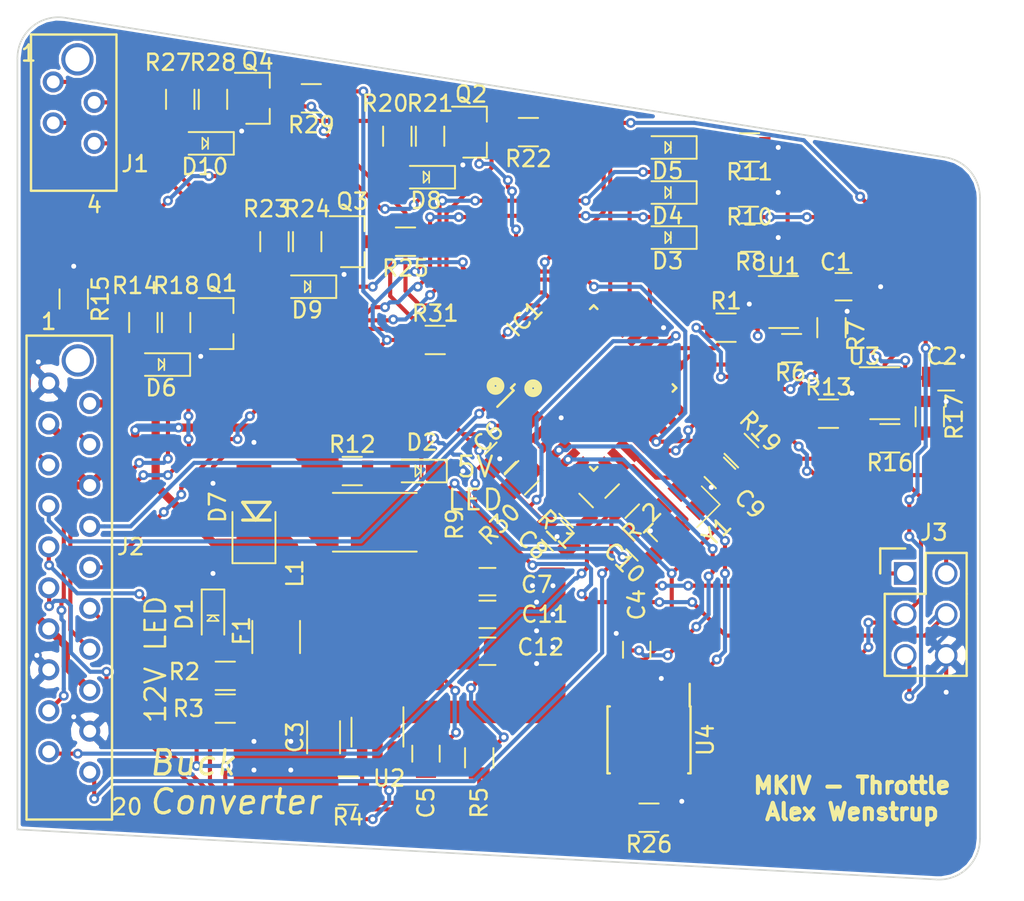
<source format=kicad_pcb>
(kicad_pcb (version 20171130) (host pcbnew 5.0.1-33cea8e~68~ubuntu18.04.1)
  (layers (0 F.Cu signal) (31 B.Cu signal) (34 B.Paste user) (35 F.Paste user) (36 B.SilkS user) (37 F.SilkS user) (38 B.Mask user) (39 F.Mask user) (44 Edge.Cuts user))
  (net 0 "")
  (net 1 GND)
  (net 2 VCC)
  (net 3 "Net-(D2-Pad2)")
  (net 4 /12V_Fused)
  (net 5 "Net-(C5-Pad1)")
  (net 6 "Net-(C5-Pad2)")
  (net 7 "Net-(C11-Pad1)")
  (net 8 "Net-(D1-Pad2)")
  (net 9 +12V)
  (net 10 "Net-(R3-Pad2)")
  (net 11 "Net-(R4-Pad1)")
  (net 12 "Net-(C8-Pad1)")
  (net 13 "Net-(C9-Pad1)")
  (net 14 "Net-(C10-Pad1)")
  (net 15 /ProgrammingLED1)
  (net 16 "Net-(D3-Pad1)")
  (net 17 "Net-(D4-Pad1)")
  (net 18 /ProgrammingLED2)
  (net 19 /ProgrammingLED3)
  (net 20 "Net-(D5-Pad1)")
  (net 21 "Net-(D6-Pad2)")
  (net 22 "Net-(D8-Pad2)")
  (net 23 "Net-(D9-Pad2)")
  (net 24 "Net-(D10-Pad2)")
  (net 25 /MISO)
  (net 26 /MOSI)
  (net 27 "Net-(IC1-Pad3)")
  (net 28 /TXCAN)
  (net 29 /RXCAN)
  (net 30 "Net-(IC1-Pad8)")
  (net 31 "Net-(IC1-Pad9)")
  (net 32 /SCK)
  (net 33 /Drive_Mode_Out)
  (net 34 "Net-(IC1-Pad14)")
  (net 35 "Net-(IC1-Pad15)")
  (net 36 "Net-(IC1-Pad16)")
  (net 37 /Throttle1Adjusted)
  (net 38 /Throttle2Adjusted)
  (net 39 "Net-(IC1-Pad21)")
  (net 40 /ReadyToDrive_LowDrive)
  (net 41 /SS_Inertia_Out_n)
  (net 42 /SS_EStop_Out_n)
  (net 43 /SS_BOTS_Out_n)
  (net 44 "Net-(IC1-Pad29)")
  (net 45 "Net-(IC1-Pad30)")
  (net 46 /RESET)
  (net 47 "Net-(IC1-Pad32)")
  (net 48 /SS_Cockpit_EStop)
  (net 49 /SS_BOTS)
  (net 50 /SS_Inertia_Switch)
  (net 51 /RTD)
  (net 52 /GND_DriveMode)
  (net 53 /CANH)
  (net 54 /CANL)
  (net 55 /Throttle1_Right_Sense)
  (net 56 /Throttle2_Left_Sense)
  (net 57 /LED1)
  (net 58 /LED2)
  (net 59 "Net-(R6-Pad2)")
  (net 60 "Net-(R16-Pad2)")
  (net 61 "Net-(U4-Pad5)")
  (module footprints:micromatch_female_vert_4 (layer F.Cu) (at 98.552 53.34)
    (fp_text reference J1 (at 5.08 0) (layer F.SilkS))
    (fp_text value micromatch_female_TOP_ENTRY_locking_4 hide)
    (fp_text user 4 (at 2.54 2.54) (layer F.SilkS))
    (fp_text user 1 (at -1.524 -6.858) (layer F.SilkS))
    (pad 3 thru_hole circle (at 0 -2.54) (size 1.3 1.3) (drill 0.8) (layers *.Cu *.Mask) (net 48 /SS_Cockpit_EStop))
    (pad 1 thru_hole circle (at 0 -5.08) (size 1.3 1.3) (drill 0.8) (layers *.Cu *.Mask) (net 49 /SS_BOTS))
    (pad 2 thru_hole circle (at 2.54 -3.81) (size 1.3 1.3) (drill 0.8) (layers *.Cu *.Mask) (net 50 /SS_Inertia_Switch))
    (pad 4 thru_hole circle (at 2.54 -1.27) (size 1.3 1.3) (drill 0.8) (layers *.Cu *.Mask) (net 51 /RTD))
    (pad 5 thru_hole circle (at 1.5 -6.48) (size 2 2) (drill 1.5) (layers *.Cu *.Mask))
  )
  (module footprints:C_0805_OEM (layer F.Cu) (at 121.666 89.916 90)
    (fp_text reference C5 (at -3.048 0 90) (layer F.SilkS))
    (fp_text value C_0.1uF hide)
    (pad 1 smd rect (at -1 0 90) (size 1 1.25) (layers F.Cu F.Paste F.Mask) (net 5 "Net-(C5-Pad1)"))
    (pad 2 smd rect (at 1 0 90) (size 1 1.25) (layers F.Cu F.Paste F.Mask) (net 6 "Net-(C5-Pad2)"))
  )
  (module footprints:C_0805_OEM (layer F.Cu) (at 125.476 81.28)
    (fp_text reference C11 (at 3.556 0) (layer F.SilkS))
    (fp_text value C_1uF hide)
    (pad 1 smd rect (at -1 0) (size 1 1.25) (layers F.Cu F.Paste F.Mask) (net 7 "Net-(C11-Pad1)"))
    (pad 2 smd rect (at 1 0) (size 1 1.25) (layers F.Cu F.Paste F.Mask) (net 1 GND))
  )
  (module footprints:C_0805_OEM (layer F.Cu) (at 125.476 83.566)
    (fp_text reference C12 (at 3.302 -0.254) (layer F.SilkS))
    (fp_text value C_47uF hide)
    (pad 1 smd rect (at -1 0) (size 1 1.25) (layers F.Cu F.Paste F.Mask) (net 7 "Net-(C11-Pad1)"))
    (pad 2 smd rect (at 1 0) (size 1 1.25) (layers F.Cu F.Paste F.Mask) (net 1 GND))
  )
  (module footprints:LED_0805_OEM (layer F.Cu) (at 121.158 72.39 180)
    (fp_text reference D2 (at -0.254 1.778) (layer F.SilkS))
    (fp_text value LED_0805 hide)
    (pad 2 smd rect (at 1.1 0) (size 1.2 1.2) (layers F.Cu F.Paste F.Mask) (net 3 "Net-(D2-Pad2)"))
    (pad 1 smd rect (at -1.1 0) (size 1.2 1.2) (layers F.Cu F.Paste F.Mask) (net 1 GND))
  )
  (module footprints:Fuse_1210 (layer F.Cu) (at 112.3755 82.6825 270)
    (fp_text reference F1 (at -0.3865 2.1395 90) (layer F.SilkS))
    (fp_text value 500mA hide)
    (pad 1 smd rect (at -1.45 0 270) (size 0.9 2.5) (layers F.Cu F.Paste F.Mask) (net 9 +12V))
    (pad 2 smd rect (at 1.45 0 270) (size 0.9 2.5) (layers F.Cu F.Paste F.Mask) (net 4 /12V_Fused))
  )
  (module footprints:4.7uH_Inductor_OEM (layer F.Cu) (at 118.6815 81.9785 90)
    (fp_text reference L1 (at 3.2385 -5.1435 90) (layer F.SilkS))
    (fp_text value L_4.7uH hide)
    (pad 1 smd rect (at -2.35 0 90) (size 3.3 8.2) (layers F.Cu F.Paste F.Mask) (net 6 "Net-(C5-Pad2)"))
    (pad 2 smd rect (at 2.35 0 90) (size 3.3 8.2) (layers F.Cu F.Paste F.Mask) (net 7 "Net-(C11-Pad1)"))
  )
  (module footprints:R_0805_OEM (layer F.Cu) (at 109.22 85.09 180)
    (fp_text reference R2 (at 2.54 0.254 180) (layer F.SilkS))
    (fp_text value R_1k hide)
    (pad 1 smd rect (at -0.95 0 180) (size 0.7 1.3) (layers F.Cu F.Paste F.Mask) (net 4 /12V_Fused))
    (pad 2 smd rect (at 0.95 0 180) (size 0.7 1.3) (layers F.Cu F.Paste F.Mask) (net 8 "Net-(D1-Pad2)"))
  )
  (module footprints:R_0805_OEM (layer F.Cu) (at 109.22 87.122 180)
    (fp_text reference R3 (at 2.286 0) (layer F.SilkS))
    (fp_text value R_10k hide)
    (pad 1 smd rect (at -0.95 0 180) (size 0.7 1.3) (layers F.Cu F.Paste F.Mask) (net 4 /12V_Fused))
    (pad 2 smd rect (at 0.95 0 180) (size 0.7 1.3) (layers F.Cu F.Paste F.Mask) (net 10 "Net-(R3-Pad2)"))
  )
  (module footprints:R_0805_OEM (layer F.Cu) (at 117.094 72.39)
    (fp_text reference R12 (at 0 -1.65) (layer F.SilkS))
    (fp_text value R_200 hide)
    (pad 1 smd rect (at -0.95 0) (size 0.7 1.3) (layers F.Cu F.Paste F.Mask) (net 2 VCC))
    (pad 2 smd rect (at 0.95 0) (size 0.7 1.3) (layers F.Cu F.Paste F.Mask) (net 3 "Net-(D2-Pad2)"))
  )
  (module footprints:SOT-23-6_OEM (layer F.Cu) (at 118.6561 88.5825 270)
    (fp_text reference U2 (at 2.8575 -0.7239) (layer F.SilkS))
    (fp_text value TPS561201 hide)
    (pad 1 smd rect (at -1.1 -0.95 270) (size 1.06 0.65) (layers F.Cu F.Paste F.Mask) (net 1 GND))
    (pad 2 smd rect (at -1.1 0 270) (size 1.06 0.65) (layers F.Cu F.Paste F.Mask) (net 6 "Net-(C5-Pad2)"))
    (pad 3 smd rect (at -1.1 0.95 270) (size 1.06 0.65) (layers F.Cu F.Paste F.Mask) (net 4 /12V_Fused))
    (pad 4 smd rect (at 1.1 0.95 270) (size 1.06 0.65) (layers F.Cu F.Paste F.Mask) (net 11 "Net-(R4-Pad1)"))
    (pad 6 smd rect (at 1.1 -0.95 270) (size 1.06 0.65) (layers F.Cu F.Paste F.Mask) (net 5 "Net-(C5-Pad1)"))
    (pad 5 smd rect (at 1.1 0 270) (size 1.06 0.65) (layers F.Cu F.Paste F.Mask) (net 10 "Net-(R3-Pad2)"))
  )
  (module footprints:C_1206_OEM (layer F.Cu) (at 115.316 88.9 270)
    (fp_text reference C3 (at 0 1.778 270) (layer F.SilkS))
    (fp_text value C_22uF hide)
    (pad 1 smd rect (at -1.5 0 270) (size 1 1.6) (layers F.Cu F.Paste F.Mask) (net 4 /12V_Fused))
    (pad 2 smd rect (at 1.5 0 270) (size 1 1.6) (layers F.Cu F.Paste F.Mask) (net 1 GND))
  )
  (module footprints:C_0805_OEM (layer F.Cu) (at 125.476 79.248)
    (fp_text reference C7 (at 3.052 0.183) (layer F.SilkS))
    (fp_text value C_0.1uF hide)
    (pad 1 smd rect (at -1 0) (size 1 1.25) (layers F.Cu F.Paste F.Mask) (net 7 "Net-(C11-Pad1)"))
    (pad 2 smd rect (at 1 0) (size 1 1.25) (layers F.Cu F.Paste F.Mask) (net 1 GND))
  )
  (module footprints:LED_0805_OEM (layer F.Cu) (at 108.458 81.534 270)
    (fp_text reference D1 (at -0.254 1.778 270) (layer F.SilkS))
    (fp_text value LED_0805 hide)
    (pad 2 smd rect (at 1.1 0 90) (size 1.2 1.2) (layers F.Cu F.Paste F.Mask) (net 8 "Net-(D1-Pad2)"))
    (pad 1 smd rect (at -1.1 0 90) (size 1.2 1.2) (layers F.Cu F.Paste F.Mask) (net 1 GND))
  )
  (module footprints:DO-214AA (layer F.Cu) (at 110.998 74.93 90)
    (fp_text reference D7 (at 0.3 -2.25 90) (layer F.SilkS))
    (fp_text value D_Zener_18V hide)
    (pad 2 smd rect (at 2.032 0 270) (size 1.778 2.159) (layers F.Cu F.Paste F.Mask) (net 1 GND))
    (pad 1 smd rect (at -2.032 0 270) (size 1.778 2.159) (layers F.Cu F.Paste F.Mask) (net 9 +12V))
  )
  (module footprints:R_2512_OEM (layer F.Cu) (at 118.491 75.565)
    (fp_text reference R9 (at 4.953 0.127 90) (layer F.SilkS))
    (fp_text value R_0_Jumper hide)
    (pad 1 smd rect (at -3.1 0) (size 1 3.2) (layers F.Cu F.Paste F.Mask) (net 2 VCC))
    (pad 2 smd rect (at 3.1 0) (size 1 3.2) (layers F.Cu F.Paste F.Mask) (net 7 "Net-(C11-Pad1)"))
  )
  (module footprints:R_0805_OEM (layer F.Cu) (at 116.84 92.202 180)
    (fp_text reference R4 (at 0 -1.65 180) (layer F.SilkS))
    (fp_text value R_10k hide)
    (pad 1 smd rect (at -0.95 0 180) (size 0.7 1.3) (layers F.Cu F.Paste F.Mask) (net 11 "Net-(R4-Pad1)"))
    (pad 2 smd rect (at 0.95 0 180) (size 0.7 1.3) (layers F.Cu F.Paste F.Mask) (net 1 GND))
  )
  (module footprints:R_0805_OEM (layer F.Cu) (at 124.968 90.17 90)
    (fp_text reference R5 (at -2.794 0 90) (layer F.SilkS))
    (fp_text value R_51.1k hide)
    (pad 1 smd rect (at -0.95 0 90) (size 0.7 1.3) (layers F.Cu F.Paste F.Mask) (net 11 "Net-(R4-Pad1)"))
    (pad 2 smd rect (at 0.95 0 90) (size 0.7 1.3) (layers F.Cu F.Paste F.Mask) (net 7 "Net-(C11-Pad1)"))
  )
  (module footprints:C_0805_OEM (layer F.Cu) (at 147.558 60.96 180)
    (fp_text reference C1 (at 0.492 1.524 180) (layer F.SilkS))
    (fp_text value C_0.1uF hide)
    (pad 2 smd rect (at 1 0 180) (size 1 1.25) (layers F.Cu F.Paste F.Mask) (net 2 VCC))
    (pad 1 smd rect (at -1 0 180) (size 1 1.25) (layers F.Cu F.Paste F.Mask) (net 1 GND))
  )
  (module footprints:C_0805_OEM (layer F.Cu) (at 153.924 66.548 180)
    (fp_text reference C2 (at 0.254 1.27 180) (layer F.SilkS))
    (fp_text value C_0.1uF hide)
    (pad 1 smd rect (at -1 0 180) (size 1 1.25) (layers F.Cu F.Paste F.Mask) (net 1 GND))
    (pad 2 smd rect (at 1 0 180) (size 1 1.25) (layers F.Cu F.Paste F.Mask) (net 2 VCC))
  )
  (module footprints:C_0805_OEM (layer F.Cu) (at 134.734141 83.473143 90)
    (fp_text reference C4 (at 2.794 0 90) (layer F.SilkS))
    (fp_text value C_0.1uF hide)
    (pad 1 smd rect (at -1 0 90) (size 1 1.25) (layers F.Cu F.Paste F.Mask) (net 2 VCC))
    (pad 2 smd rect (at 1 0 90) (size 1 1.25) (layers F.Cu F.Paste F.Mask) (net 1 GND))
  )
  (module footprints:C_0805_OEM (layer F.Cu) (at 126.292893 71.573107 225)
    (fp_text reference C6 (at -0.35921 1.436841 225) (layer F.SilkS))
    (fp_text value C_0.1uF hide)
    (pad 2 smd rect (at 1 0 225) (size 1 1.25) (layers F.Cu F.Paste F.Mask) (net 1 GND))
    (pad 1 smd rect (at -1 0 225) (size 1 1.25) (layers F.Cu F.Paste F.Mask) (net 2 VCC))
  )
  (module footprints:C_0805_OEM (layer F.Cu) (at 129.794 76.399107 315)
    (fp_text reference C8 (at -0.679605 1.475656 315) (layer F.SilkS))
    (fp_text value C_100pF hide)
    (pad 1 smd rect (at -1 0 315) (size 1 1.25) (layers F.Cu F.Paste F.Mask) (net 12 "Net-(C8-Pad1)"))
    (pad 2 smd rect (at 1 0 315) (size 1 1.25) (layers F.Cu F.Paste F.Mask) (net 1 GND))
  )
  (module footprints:C_0805_OEM (layer F.Cu) (at 139.89347 72.504924 315)
    (fp_text reference C9 (at 2.655614 0.05554 315) (layer F.SilkS))
    (fp_text value C_30pF hide)
    (pad 1 smd rect (at -1 0 315) (size 1 1.25) (layers F.Cu F.Paste F.Mask) (net 13 "Net-(C9-Pad1)"))
    (pad 2 smd rect (at 1 0 315) (size 1 1.25) (layers F.Cu F.Paste F.Mask) (net 1 GND))
  )
  (module footprints:C_0805_OEM (layer F.Cu) (at 135.044131 76.995052 135)
    (fp_text reference C10 (at 0 -1.524 135) (layer F.SilkS))
    (fp_text value C_30pF hide)
    (pad 2 smd rect (at 1 0 135) (size 1 1.25) (layers F.Cu F.Paste F.Mask) (net 1 GND))
    (pad 1 smd rect (at -1 0 135) (size 1 1.25) (layers F.Cu F.Paste F.Mask) (net 14 "Net-(C10-Pad1)"))
  )
  (module footprints:LED_0805_OEM (layer F.Cu) (at 136.652 57.912 180)
    (fp_text reference D3 (at 0 -1.45 180) (layer F.SilkS))
    (fp_text value LED_0805 hide)
    (pad 2 smd rect (at 1.1 0) (size 1.2 1.2) (layers F.Cu F.Paste F.Mask) (net 15 /ProgrammingLED1))
    (pad 1 smd rect (at -1.1 0) (size 1.2 1.2) (layers F.Cu F.Paste F.Mask) (net 16 "Net-(D3-Pad1)"))
  )
  (module footprints:LED_0805_OEM (layer F.Cu) (at 136.652 55.118 180)
    (fp_text reference D4 (at 0 -1.45 180) (layer F.SilkS))
    (fp_text value LED_0805 hide)
    (pad 1 smd rect (at -1.1 0) (size 1.2 1.2) (layers F.Cu F.Paste F.Mask) (net 17 "Net-(D4-Pad1)"))
    (pad 2 smd rect (at 1.1 0) (size 1.2 1.2) (layers F.Cu F.Paste F.Mask) (net 18 /ProgrammingLED2))
  )
  (module footprints:LED_0805_OEM (layer F.Cu) (at 136.652 52.324 180)
    (fp_text reference D5 (at 0 -1.45 180) (layer F.SilkS))
    (fp_text value LED_0805 hide)
    (pad 2 smd rect (at 1.1 0) (size 1.2 1.2) (layers F.Cu F.Paste F.Mask) (net 19 /ProgrammingLED3))
    (pad 1 smd rect (at -1.1 0) (size 1.2 1.2) (layers F.Cu F.Paste F.Mask) (net 20 "Net-(D5-Pad1)"))
  )
  (module footprints:LED_0805_OEM (layer F.Cu) (at 105.24 65.786 180)
    (fp_text reference D6 (at 0 -1.45 180) (layer F.SilkS))
    (fp_text value LED_0805 hide)
    (pad 1 smd rect (at -1.1 0) (size 1.2 1.2) (layers F.Cu F.Paste F.Mask) (net 1 GND))
    (pad 2 smd rect (at 1.1 0) (size 1.2 1.2) (layers F.Cu F.Paste F.Mask) (net 21 "Net-(D6-Pad2)"))
  )
  (module footprints:LED_0805_OEM (layer F.Cu) (at 121.666 54.168 180)
    (fp_text reference D8 (at 0 -1.45 180) (layer F.SilkS))
    (fp_text value LED_0805 hide)
    (pad 1 smd rect (at -1.1 0) (size 1.2 1.2) (layers F.Cu F.Paste F.Mask) (net 1 GND))
    (pad 2 smd rect (at 1.1 0) (size 1.2 1.2) (layers F.Cu F.Paste F.Mask) (net 22 "Net-(D8-Pad2)"))
  )
  (module footprints:LED_0805_OEM (layer F.Cu) (at 114.3 60.96 180)
    (fp_text reference D9 (at 0 -1.45 180) (layer F.SilkS))
    (fp_text value LED_0805 hide)
    (pad 2 smd rect (at 1.1 0) (size 1.2 1.2) (layers F.Cu F.Paste F.Mask) (net 23 "Net-(D9-Pad2)"))
    (pad 1 smd rect (at -1.1 0) (size 1.2 1.2) (layers F.Cu F.Paste F.Mask) (net 1 GND))
  )
  (module footprints:LED_0805_OEM (layer F.Cu) (at 107.95 52.07 180)
    (fp_text reference D10 (at 0 -1.45 180) (layer F.SilkS))
    (fp_text value LED_0805 hide)
    (pad 2 smd rect (at 1.1 0) (size 1.2 1.2) (layers F.Cu F.Paste F.Mask) (net 24 "Net-(D10-Pad2)"))
    (pad 1 smd rect (at -1.1 0) (size 1.2 1.2) (layers F.Cu F.Paste F.Mask) (net 1 GND))
  )
  (module footprints:TQFP-32_7x7mm_Pitch0.8mm (layer F.Cu) (at 132.066047 67.238361 45)
    (fp_text reference IC1 (at 0 -6.05 45) (layer F.SilkS))
    (fp_text value ATMEGA16M1 hide)
    (pad 1 smd rect (at -4.25 -2.8 45) (size 1.6 0.55) (layers F.Cu F.Paste F.Mask) (net 25 /MISO))
    (pad 2 smd rect (at -4.25 -2 45) (size 1.6 0.55) (layers F.Cu F.Paste F.Mask) (net 26 /MOSI))
    (pad 3 smd rect (at -4.25 -1.2 45) (size 1.6 0.55) (layers F.Cu F.Paste F.Mask) (net 27 "Net-(IC1-Pad3)"))
    (pad 4 smd rect (at -4.25 -0.4 45) (size 1.6 0.55) (layers F.Cu F.Paste F.Mask) (net 2 VCC))
    (pad 5 smd rect (at -4.25 0.4 45) (size 1.6 0.55) (layers F.Cu F.Paste F.Mask) (net 1 GND))
    (pad 6 smd rect (at -4.25 1.2 45) (size 1.6 0.55) (layers F.Cu F.Paste F.Mask) (net 28 /TXCAN))
    (pad 7 smd rect (at -4.25 2 45) (size 1.6 0.55) (layers F.Cu F.Paste F.Mask) (net 29 /RXCAN))
    (pad 8 smd rect (at -4.25 2.8 45) (size 1.6 0.55) (layers F.Cu F.Paste F.Mask) (net 30 "Net-(IC1-Pad8)"))
    (pad 9 smd rect (at -2.8 4.25 135) (size 1.6 0.55) (layers F.Cu F.Paste F.Mask) (net 31 "Net-(IC1-Pad9)"))
    (pad 10 smd rect (at -2 4.25 135) (size 1.6 0.55) (layers F.Cu F.Paste F.Mask) (net 14 "Net-(C10-Pad1)"))
    (pad 11 smd rect (at -1.2 4.25 135) (size 1.6 0.55) (layers F.Cu F.Paste F.Mask) (net 13 "Net-(C9-Pad1)"))
    (pad 12 smd rect (at -0.4 4.25 135) (size 1.6 0.55) (layers F.Cu F.Paste F.Mask) (net 32 /SCK))
    (pad 13 smd rect (at 0.4 4.25 135) (size 1.6 0.55) (layers F.Cu F.Paste F.Mask) (net 33 /Drive_Mode_Out))
    (pad 14 smd rect (at 1.2 4.25 135) (size 1.6 0.55) (layers F.Cu F.Paste F.Mask) (net 34 "Net-(IC1-Pad14)"))
    (pad 15 smd rect (at 2 4.25 135) (size 1.6 0.55) (layers F.Cu F.Paste F.Mask) (net 35 "Net-(IC1-Pad15)"))
    (pad 16 smd rect (at 2.8 4.25 135) (size 1.6 0.55) (layers F.Cu F.Paste F.Mask) (net 36 "Net-(IC1-Pad16)"))
    (pad 17 smd rect (at 4.25 2.8 45) (size 1.6 0.55) (layers F.Cu F.Paste F.Mask) (net 37 /Throttle1Adjusted))
    (pad 18 smd rect (at 4.25 2 45) (size 1.6 0.55) (layers F.Cu F.Paste F.Mask) (net 38 /Throttle2Adjusted))
    (pad 19 smd rect (at 4.25 1.2 45) (size 1.6 0.55) (layers F.Cu F.Paste F.Mask) (net 12 "Net-(C8-Pad1)"))
    (pad 20 smd rect (at 4.25 0.4 45) (size 1.6 0.55) (layers F.Cu F.Paste F.Mask) (net 1 GND))
    (pad 21 smd rect (at 4.25 -0.4 45) (size 1.6 0.55) (layers F.Cu F.Paste F.Mask) (net 39 "Net-(IC1-Pad21)"))
    (pad 22 smd rect (at 4.25 -1.2 45) (size 1.6 0.55) (layers F.Cu F.Paste F.Mask) (net 15 /ProgrammingLED1))
    (pad 23 smd rect (at 4.25 -2 45) (size 1.6 0.55) (layers F.Cu F.Paste F.Mask) (net 18 /ProgrammingLED2))
    (pad 24 smd rect (at 4.25 -2.8 45) (size 1.6 0.55) (layers F.Cu F.Paste F.Mask) (net 19 /ProgrammingLED3))
    (pad 25 smd rect (at 2.8 -4.25 135) (size 1.6 0.55) (layers F.Cu F.Paste F.Mask) (net 40 /ReadyToDrive_LowDrive))
    (pad 26 smd rect (at 2 -4.25 135) (size 1.6 0.55) (layers F.Cu F.Paste F.Mask) (net 41 /SS_Inertia_Out_n))
    (pad 27 smd rect (at 1.2 -4.25 135) (size 1.6 0.55) (layers F.Cu F.Paste F.Mask) (net 43 /SS_BOTS_Out_n))
    (pad 28 smd rect (at 0.4 -4.25 135) (size 1.6 0.55) (layers F.Cu F.Paste F.Mask) (net 42 /SS_EStop_Out_n))
    (pad 29 smd rect (at -0.4 -4.25 135) (size 1.6 0.55) (layers F.Cu F.Paste F.Mask) (net 44 "Net-(IC1-Pad29)"))
    (pad 30 smd rect (at -1.2 -4.25 135) (size 1.6 0.55) (layers F.Cu F.Paste F.Mask) (net 45 "Net-(IC1-Pad30)"))
    (pad 31 smd rect (at -2 -4.25 135) (size 1.6 0.55) (layers F.Cu F.Paste F.Mask) (net 46 /RESET))
    (pad 32 smd rect (at -2.8 -4.25 135) (size 1.6 0.55) (layers F.Cu F.Paste F.Mask) (net 47 "Net-(IC1-Pad32)"))
  )
  (module footprints:micromatch_female_vert_20 (layer F.Cu) (at 98.276 72.012)
    (fp_text reference J2 (at 5.08 5.08) (layer F.SilkS))
    (fp_text value micromatch_female_TOP_ENTRY_locking_20 hide)
    (fp_text user 20 (at 4.848 21.206) (layer F.SilkS))
    (fp_text user 1 (at 0 -8.89) (layer F.SilkS))
    (pad 5 thru_hole circle (at 0 0) (size 1.3 1.3) (drill 0.8) (layers *.Cu *.Mask) (net 52 /GND_DriveMode))
    (pad 3 thru_hole circle (at 0 -2.54) (size 1.3 1.3) (drill 0.8) (layers *.Cu *.Mask) (net 2 VCC))
    (pad 1 thru_hole circle (at 0 -5.08) (size 1.3 1.3) (drill 0.8) (layers *.Cu *.Mask) (net 1 GND))
    (pad 7 thru_hole circle (at 0 2.54) (size 1.3 1.3) (drill 0.8) (layers *.Cu *.Mask) (net 26 /MOSI))
    (pad 2 thru_hole circle (at 2.54 -3.81) (size 1.3 1.3) (drill 0.8) (layers *.Cu *.Mask) (net 9 +12V))
    (pad 4 thru_hole circle (at 2.54 -1.27) (size 1.3 1.3) (drill 0.8) (layers *.Cu *.Mask) (net 33 /Drive_Mode_Out))
    (pad 6 thru_hole circle (at 2.54 1.27) (size 1.3 1.3) (drill 0.8) (layers *.Cu *.Mask) (net 2 VCC))
    (pad 8 thru_hole circle (at 2.54 3.81) (size 1.3 1.3) (drill 0.8) (layers *.Cu *.Mask) (net 25 /MISO))
    (pad 9 thru_hole circle (at 0 5.08) (size 1.3 1.3) (drill 0.8) (layers *.Cu *.Mask) (net 32 /SCK))
    (pad 10 thru_hole circle (at 2.54 6.35) (size 1.3 1.3) (drill 0.8) (layers *.Cu *.Mask) (net 46 /RESET))
    (pad 11 thru_hole circle (at 0 7.62) (size 1.3 1.3) (drill 0.8) (layers *.Cu *.Mask) (net 53 /CANH))
    (pad 12 thru_hole circle (at 2.54 8.89) (size 1.3 1.3) (drill 0.8) (layers *.Cu *.Mask) (net 54 /CANL))
    (pad 13 thru_hole circle (at 0 10.16) (size 1.3 1.3) (drill 0.8) (layers *.Cu *.Mask) (net 2 VCC))
    (pad 14 thru_hole circle (at 2.54 11.43) (size 1.3 1.3) (drill 0.8) (layers *.Cu *.Mask) (net 55 /Throttle1_Right_Sense))
    (pad 15 thru_hole circle (at 0 12.7) (size 1.3 1.3) (drill 0.8) (layers *.Cu *.Mask) (net 1 GND))
    (pad 16 thru_hole circle (at 2.54 13.97) (size 1.3 1.3) (drill 0.8) (layers *.Cu *.Mask) (net 2 VCC))
    (pad 17 thru_hole circle (at 0 15.24) (size 1.3 1.3) (drill 0.8) (layers *.Cu *.Mask) (net 56 /Throttle2_Left_Sense))
    (pad 18 thru_hole circle (at 2.54 16.51) (size 1.3 1.3) (drill 0.8) (layers *.Cu *.Mask) (net 1 GND))
    (pad 19 thru_hole circle (at 0 17.78) (size 1.3 1.3) (drill 0.8) (layers *.Cu *.Mask) (net 57 /LED1))
    (pad 20 thru_hole circle (at 2.54 19.05) (size 1.3 1.3) (drill 0.8) (layers *.Cu *.Mask) (net 58 /LED2))
    (pad 21 thru_hole circle (at 1.8 -6.48) (size 2 2) (drill 1.5) (layers *.Cu *.Mask))
  )
  (module footprints:Pin_Header_Straight_2x03 (layer F.Cu) (at 151.384 78.74)
    (fp_text reference J3 (at 1.778 -2.54) (layer F.SilkS))
    (fp_text value CONN_02X03 hide)
    (pad 1 thru_hole rect (at 0 0) (size 1.4 1.4) (drill 1.016) (layers *.Cu *.Mask) (net 25 /MISO))
    (pad 2 thru_hole circle (at 2.54 0) (size 1.4 1.4) (drill 1.016) (layers *.Cu *.Mask) (net 2 VCC))
    (pad 3 thru_hole circle (at 0 2.54) (size 1.4 1.4) (drill 1.016) (layers *.Cu *.Mask) (net 32 /SCK))
    (pad 4 thru_hole circle (at 2.54 2.54) (size 1.4 1.4) (drill 1.016) (layers *.Cu *.Mask) (net 26 /MOSI))
    (pad 5 thru_hole circle (at 0 5.08) (size 1.4 1.4) (drill 1.016) (layers *.Cu *.Mask) (net 46 /RESET))
    (pad 6 thru_hole circle (at 2.54 5.08) (size 1.4 1.4) (drill 1.016) (layers *.Cu *.Mask) (net 1 GND))
  )
  (module footprints:SOT-23F (layer F.Cu) (at 108.966 63.246)
    (fp_text reference Q1 (at 0 -2.5) (layer F.SilkS))
    (fp_text value SSM3K333R hide)
    (pad 1 smd rect (at -1.05 -0.95) (size 0.9 0.8) (layers F.Cu F.Paste F.Mask) (net 40 /ReadyToDrive_LowDrive))
    (pad 2 smd rect (at -1.05 0.95) (size 0.9 0.8) (layers F.Cu F.Paste F.Mask) (net 1 GND))
    (pad 3 smd rect (at 1.05 0) (size 0.9 0.8) (layers F.Cu F.Paste F.Mask) (net 51 /RTD))
  )
  (module footprints:SOT-23F (layer F.Cu) (at 124.68 51.374)
    (fp_text reference Q2 (at -0.22 -2.352) (layer F.SilkS))
    (fp_text value SSM3K333R hide)
    (pad 1 smd rect (at -1.05 -0.95) (size 0.9 0.8) (layers F.Cu F.Paste F.Mask) (net 50 /SS_Inertia_Switch))
    (pad 2 smd rect (at -1.05 0.95) (size 0.9 0.8) (layers F.Cu F.Paste F.Mask) (net 1 GND))
    (pad 3 smd rect (at 1.05 0) (size 0.9 0.8) (layers F.Cu F.Paste F.Mask) (net 41 /SS_Inertia_Out_n))
  )
  (module footprints:SOT-23F (layer F.Cu) (at 117.094 58.166)
    (fp_text reference Q3 (at 0 -2.5) (layer F.SilkS))
    (fp_text value SSM3K333R hide)
    (pad 3 smd rect (at 1.05 0) (size 0.9 0.8) (layers F.Cu F.Paste F.Mask) (net 42 /SS_EStop_Out_n))
    (pad 2 smd rect (at -1.05 0.95) (size 0.9 0.8) (layers F.Cu F.Paste F.Mask) (net 1 GND))
    (pad 1 smd rect (at -1.05 -0.95) (size 0.9 0.8) (layers F.Cu F.Paste F.Mask) (net 48 /SS_Cockpit_EStop))
  )
  (module footprints:SOT-23F (layer F.Cu) (at 111.218 49.276)
    (fp_text reference Q4 (at 0 -2.286) (layer F.SilkS))
    (fp_text value SSM3K333R hide)
    (pad 3 smd rect (at 1.05 0) (size 0.9 0.8) (layers F.Cu F.Paste F.Mask) (net 43 /SS_BOTS_Out_n))
    (pad 2 smd rect (at -1.05 0.95) (size 0.9 0.8) (layers F.Cu F.Paste F.Mask) (net 1 GND))
    (pad 1 smd rect (at -1.05 -0.95) (size 0.9 0.8) (layers F.Cu F.Paste F.Mask) (net 49 /SS_BOTS))
  )
  (module footprints:R_0805_OEM (layer F.Cu) (at 140.274 63.5)
    (fp_text reference R1 (at 0 -1.65) (layer F.SilkS))
    (fp_text value R_1M hide)
    (pad 1 smd rect (at -0.95 0) (size 0.7 1.3) (layers F.Cu F.Paste F.Mask) (net 2 VCC))
    (pad 2 smd rect (at 0.95 0) (size 0.7 1.3) (layers F.Cu F.Paste F.Mask) (net 55 /Throttle1_Right_Sense))
  )
  (module footprints:R_0805_OEM (layer F.Cu) (at 144.338 64.77)
    (fp_text reference R6 (at -0.066 1.524) (layer F.SilkS))
    (fp_text value R_1k hide)
    (pad 2 smd rect (at 0.95 0) (size 0.7 1.3) (layers F.Cu F.Paste F.Mask) (net 59 "Net-(R6-Pad2)"))
    (pad 1 smd rect (at -0.95 0) (size 0.7 1.3) (layers F.Cu F.Paste F.Mask) (net 38 /Throttle2Adjusted))
  )
  (module footprints:R_0805_OEM (layer F.Cu) (at 146.812 63.5 90)
    (fp_text reference R7 (at -0.508 1.524 90) (layer F.SilkS))
    (fp_text value R_2.2k hide)
    (pad 1 smd rect (at -0.95 0 90) (size 0.7 1.3) (layers F.Cu F.Paste F.Mask) (net 59 "Net-(R6-Pad2)"))
    (pad 2 smd rect (at 0.95 0 90) (size 0.7 1.3) (layers F.Cu F.Paste F.Mask) (net 1 GND))
  )
  (module footprints:R_0805_OEM (layer F.Cu) (at 141.798 57.912)
    (fp_text reference R8 (at 0 1.524) (layer F.SilkS))
    (fp_text value R_200 hide)
    (pad 2 smd rect (at 0.95 0) (size 0.7 1.3) (layers F.Cu F.Paste F.Mask) (net 1 GND))
    (pad 1 smd rect (at -0.95 0) (size 0.7 1.3) (layers F.Cu F.Paste F.Mask) (net 16 "Net-(D3-Pad1)"))
  )
  (module footprints:R_0805_OEM (layer F.Cu) (at 141.666 55.118)
    (fp_text reference R10 (at 0.066 1.524) (layer F.SilkS))
    (fp_text value R_200 hide)
    (pad 2 smd rect (at 0.95 0) (size 0.7 1.3) (layers F.Cu F.Paste F.Mask) (net 1 GND))
    (pad 1 smd rect (at -0.95 0) (size 0.7 1.3) (layers F.Cu F.Paste F.Mask) (net 17 "Net-(D4-Pad1)"))
  )
  (module footprints:R_0805_OEM (layer F.Cu) (at 141.732 52.324)
    (fp_text reference R11 (at 0 1.524) (layer F.SilkS))
    (fp_text value R_200 hide)
    (pad 2 smd rect (at 0.95 0) (size 0.7 1.3) (layers F.Cu F.Paste F.Mask) (net 1 GND))
    (pad 1 smd rect (at -0.95 0) (size 0.7 1.3) (layers F.Cu F.Paste F.Mask) (net 20 "Net-(D5-Pad1)"))
  )
  (module footprints:R_0805_OEM (layer F.Cu) (at 146.624 68.834)
    (fp_text reference R13 (at 0 -1.65) (layer F.SilkS))
    (fp_text value R_1M hide)
    (pad 2 smd rect (at 0.95 0) (size 0.7 1.3) (layers F.Cu F.Paste F.Mask) (net 56 /Throttle2_Left_Sense))
    (pad 1 smd rect (at -0.95 0) (size 0.7 1.3) (layers F.Cu F.Paste F.Mask) (net 2 VCC))
  )
  (module footprints:R_0805_OEM (layer F.Cu) (at 104.14 63.18 270)
    (fp_text reference R14 (at -2.286 0.508) (layer F.SilkS))
    (fp_text value R_200 hide)
    (pad 1 smd rect (at -0.95 0 270) (size 0.7 1.3) (layers F.Cu F.Paste F.Mask) (net 40 /ReadyToDrive_LowDrive))
    (pad 2 smd rect (at 0.95 0 270) (size 0.7 1.3) (layers F.Cu F.Paste F.Mask) (net 21 "Net-(D6-Pad2)"))
  )
  (module footprints:R_0805_OEM (layer F.Cu) (at 99.822 61.722 270)
    (fp_text reference R15 (at 0 -1.65 270) (layer F.SilkS))
    (fp_text value R_22K hide)
    (pad 1 smd rect (at -0.95 0 270) (size 0.7 1.3) (layers F.Cu F.Paste F.Mask) (net 1 GND))
    (pad 2 smd rect (at 0.95 0 270) (size 0.7 1.3) (layers F.Cu F.Paste F.Mask) (net 52 /GND_DriveMode))
  )
  (module footprints:R_0805_OEM (layer F.Cu) (at 150.434 70.358)
    (fp_text reference R16 (at 0 1.524) (layer F.SilkS))
    (fp_text value R_2.2k hide)
    (pad 1 smd rect (at -0.95 0) (size 0.7 1.3) (layers F.Cu F.Paste F.Mask) (net 37 /Throttle1Adjusted))
    (pad 2 smd rect (at 0.95 0) (size 0.7 1.3) (layers F.Cu F.Paste F.Mask) (net 60 "Net-(R16-Pad2)"))
  )
  (module footprints:R_0805_OEM (layer F.Cu) (at 152.908 69.022 90)
    (fp_text reference R17 (at 0 1.524 90) (layer F.SilkS))
    (fp_text value R_2.2k hide)
    (pad 2 smd rect (at 0.95 0 90) (size 0.7 1.3) (layers F.Cu F.Paste F.Mask) (net 1 GND))
    (pad 1 smd rect (at -0.95 0 90) (size 0.7 1.3) (layers F.Cu F.Paste F.Mask) (net 60 "Net-(R16-Pad2)"))
  )
  (module footprints:R_0805_OEM (layer F.Cu) (at 106.172 63.18 270)
    (fp_text reference R18 (at -2.286 0) (layer F.SilkS))
    (fp_text value R_100K hide)
    (pad 1 smd rect (at -0.95 0 270) (size 0.7 1.3) (layers F.Cu F.Paste F.Mask) (net 40 /ReadyToDrive_LowDrive))
    (pad 2 smd rect (at 0.95 0 270) (size 0.7 1.3) (layers F.Cu F.Paste F.Mask) (net 1 GND))
  )
  (module footprints:R_0805_OEM (layer F.Cu) (at 141.224 71.12 315)
    (fp_text reference R19 (at 0 -1.65 315) (layer F.SilkS))
    (fp_text value R_22K hide)
    (pad 2 smd rect (at 0.949999 0 315) (size 0.7 1.3) (layers F.Cu F.Paste F.Mask) (net 1 GND))
    (pad 1 smd rect (at -0.949999 0 315) (size 0.7 1.3) (layers F.Cu F.Paste F.Mask) (net 33 /Drive_Mode_Out))
  )
  (module footprints:R_0805_OEM (layer F.Cu) (at 119.888 51.628 270)
    (fp_text reference R20 (at -2.032 0.762) (layer F.SilkS))
    (fp_text value R_1k hide)
    (pad 2 smd rect (at 0.95 0 270) (size 0.7 1.3) (layers F.Cu F.Paste F.Mask) (net 22 "Net-(D8-Pad2)"))
    (pad 1 smd rect (at -0.95 0 270) (size 0.7 1.3) (layers F.Cu F.Paste F.Mask) (net 50 /SS_Inertia_Switch))
  )
  (module footprints:R_0805_OEM (layer F.Cu) (at 121.92 51.628 270)
    (fp_text reference R21 (at -2.032 0) (layer F.SilkS))
    (fp_text value R_100k hide)
    (pad 1 smd rect (at -0.95 0 270) (size 0.7 1.3) (layers F.Cu F.Paste F.Mask) (net 50 /SS_Inertia_Switch))
    (pad 2 smd rect (at 0.95 0 270) (size 0.7 1.3) (layers F.Cu F.Paste F.Mask) (net 1 GND))
  )
  (module footprints:R_0805_OEM (layer F.Cu) (at 128.016 51.374 180)
    (fp_text reference R22 (at 0 -1.65 180) (layer F.SilkS))
    (fp_text value R_10k hide)
    (pad 1 smd rect (at -0.95 0 180) (size 0.7 1.3) (layers F.Cu F.Paste F.Mask) (net 2 VCC))
    (pad 2 smd rect (at 0.95 0 180) (size 0.7 1.3) (layers F.Cu F.Paste F.Mask) (net 41 /SS_Inertia_Out_n))
  )
  (module footprints:R_0805_OEM (layer F.Cu) (at 112.268 58.166 270)
    (fp_text reference R23 (at -2.032 0.508) (layer F.SilkS))
    (fp_text value R_1k hide)
    (pad 1 smd rect (at -0.95 0 270) (size 0.7 1.3) (layers F.Cu F.Paste F.Mask) (net 48 /SS_Cockpit_EStop))
    (pad 2 smd rect (at 0.95 0 270) (size 0.7 1.3) (layers F.Cu F.Paste F.Mask) (net 23 "Net-(D9-Pad2)"))
  )
  (module footprints:R_0805_OEM (layer F.Cu) (at 114.3 58.166 270)
    (fp_text reference R24 (at -2.032 0) (layer F.SilkS))
    (fp_text value R_100k hide)
    (pad 2 smd rect (at 0.95 0 270) (size 0.7 1.3) (layers F.Cu F.Paste F.Mask) (net 1 GND))
    (pad 1 smd rect (at -0.95 0 270) (size 0.7 1.3) (layers F.Cu F.Paste F.Mask) (net 48 /SS_Cockpit_EStop))
  )
  (module footprints:R_0805_OEM (layer F.Cu) (at 120.396 58.166 180)
    (fp_text reference R25 (at 0 -1.65 180) (layer F.SilkS))
    (fp_text value R_10k hide)
    (pad 1 smd rect (at -0.95 0 180) (size 0.7 1.3) (layers F.Cu F.Paste F.Mask) (net 2 VCC))
    (pad 2 smd rect (at 0.95 0 180) (size 0.7 1.3) (layers F.Cu F.Paste F.Mask) (net 42 /SS_EStop_Out_n))
  )
  (module footprints:R_0805_OEM (layer F.Cu) (at 135.496141 93.887143 180)
    (fp_text reference R26 (at 0 -1.65 180) (layer F.SilkS))
    (fp_text value "R_120 DNP" hide)
    (pad 2 smd rect (at 0.95 0 180) (size 0.7 1.3) (layers F.Cu F.Paste F.Mask) (net 54 /CANL))
    (pad 1 smd rect (at -0.95 0 180) (size 0.7 1.3) (layers F.Cu F.Paste F.Mask) (net 53 /CANH))
  )
  (module footprints:R_0805_OEM (layer F.Cu) (at 106.426 49.342 270)
    (fp_text reference R27 (at -2.286 0.762) (layer F.SilkS))
    (fp_text value R_1k hide)
    (pad 2 smd rect (at 0.95 0 270) (size 0.7 1.3) (layers F.Cu F.Paste F.Mask) (net 24 "Net-(D10-Pad2)"))
    (pad 1 smd rect (at -0.95 0 270) (size 0.7 1.3) (layers F.Cu F.Paste F.Mask) (net 49 /SS_BOTS))
  )
  (module footprints:R_0805_OEM (layer F.Cu) (at 108.458 49.342 270)
    (fp_text reference R28 (at -2.286 0) (layer F.SilkS))
    (fp_text value R_100k hide)
    (pad 2 smd rect (at 0.95 0 270) (size 0.7 1.3) (layers F.Cu F.Paste F.Mask) (net 1 GND))
    (pad 1 smd rect (at -0.95 0 270) (size 0.7 1.3) (layers F.Cu F.Paste F.Mask) (net 49 /SS_BOTS))
  )
  (module footprints:R_0805_OEM (layer F.Cu) (at 114.554 49.276 180)
    (fp_text reference R29 (at 0 -1.65 180) (layer F.SilkS))
    (fp_text value R_10k hide)
    (pad 1 smd rect (at -0.95 0 180) (size 0.7 1.3) (layers F.Cu F.Paste F.Mask) (net 2 VCC))
    (pad 2 smd rect (at 0.95 0 180) (size 0.7 1.3) (layers F.Cu F.Paste F.Mask) (net 43 /SS_BOTS_Out_n))
  )
  (module footprints:R_0805_OEM (layer F.Cu) (at 127.598249 72.807751 225)
    (fp_text reference R30 (at 3.001313 -1.077631 225) (layer F.SilkS))
    (fp_text value R_100 hide)
    (pad 1 smd rect (at -0.949999 0 225) (size 0.7 1.3) (layers F.Cu F.Paste F.Mask) (net 2 VCC))
    (pad 2 smd rect (at 0.949999 0 225) (size 0.7 1.3) (layers F.Cu F.Paste F.Mask) (net 12 "Net-(C8-Pad1)"))
  )
  (module footprints:R_0805_OEM (layer F.Cu) (at 122.24 64.262)
    (fp_text reference R31 (at 0 -1.65) (layer F.SilkS))
    (fp_text value R_10k hide)
    (pad 2 smd rect (at 0.95 0) (size 0.7 1.3) (layers F.Cu F.Paste F.Mask) (net 46 /RESET))
    (pad 1 smd rect (at -0.95 0) (size 0.7 1.3) (layers F.Cu F.Paste F.Mask) (net 2 VCC))
  )
  (module footprints:R_0805_OEM (layer F.Cu) (at 130.973751 74.839751 135)
    (fp_text reference R_1 (at 0 -1.65 135) (layer F.SilkS))
    (fp_text value R_200 hide)
    (pad 2 smd rect (at 0.949999 0 135) (size 0.7 1.3) (layers F.Cu F.Paste F.Mask) (net 30 "Net-(IC1-Pad8)"))
    (pad 1 smd rect (at -0.949999 0 135) (size 0.7 1.3) (layers F.Cu F.Paste F.Mask) (net 57 /LED1))
  )
  (module footprints:R_0805_OEM (layer F.Cu) (at 133.833565 74.254306 45)
    (fp_text reference R_2 (at -0.066 1.778 225) (layer F.SilkS))
    (fp_text value R_200 hide)
    (pad 1 smd rect (at -0.949999 0 45) (size 0.7 1.3) (layers F.Cu F.Paste F.Mask) (net 58 /LED2))
    (pad 2 smd rect (at 0.949999 0 45) (size 0.7 1.3) (layers F.Cu F.Paste F.Mask) (net 31 "Net-(IC1-Pad9)"))
  )
  (module footprints:SOT-23-5_OEM (layer F.Cu) (at 143.848 61.91)
    (fp_text reference U1 (at 0 -2.22) (layer F.SilkS))
    (fp_text value MCP6001 hide)
    (pad 5 smd rect (at 1.1 -0.95) (size 1.06 0.65) (layers F.Cu F.Paste F.Mask) (net 2 VCC))
    (pad 4 smd rect (at 1.1 0.95) (size 1.06 0.65) (layers F.Cu F.Paste F.Mask) (net 59 "Net-(R6-Pad2)"))
    (pad 3 smd rect (at -1.1 0.95) (size 1.06 0.65) (layers F.Cu F.Paste F.Mask) (net 55 /Throttle1_Right_Sense))
    (pad 2 smd rect (at -1.1 0) (size 1.06 0.65) (layers F.Cu F.Paste F.Mask) (net 1 GND))
    (pad 1 smd rect (at -1.1 -0.95) (size 1.06 0.65) (layers F.Cu F.Paste F.Mask) (net 38 /Throttle2Adjusted))
  )
  (module footprints:SOT-23-5_OEM (layer F.Cu) (at 150.114 67.564)
    (fp_text reference U3 (at -1.27 -2.286) (layer F.SilkS))
    (fp_text value MCP6001 hide)
    (pad 1 smd rect (at -1.1 -0.95) (size 1.06 0.65) (layers F.Cu F.Paste F.Mask) (net 37 /Throttle1Adjusted))
    (pad 2 smd rect (at -1.1 0) (size 1.06 0.65) (layers F.Cu F.Paste F.Mask) (net 1 GND))
    (pad 3 smd rect (at -1.1 0.95) (size 1.06 0.65) (layers F.Cu F.Paste F.Mask) (net 56 /Throttle2_Left_Sense))
    (pad 4 smd rect (at 1.1 0.95) (size 1.06 0.65) (layers F.Cu F.Paste F.Mask) (net 60 "Net-(R16-Pad2)"))
    (pad 5 smd rect (at 1.1 -0.95) (size 1.06 0.65) (layers F.Cu F.Paste F.Mask) (net 2 VCC))
  )
  (module footprints:SOIC-8_3.9x4.9mm_Pitch1.27mm_OEM (layer F.Cu) (at 135.496141 89.061143 270)
    (fp_text reference U4 (at 0 -3.5 270) (layer F.SilkS))
    (fp_text value CAN_Transceiver hide)
    (pad 1 smd rect (at -2.7 -1.905 270) (size 1.55 0.6) (layers F.Cu F.Paste F.Mask) (net 28 /TXCAN))
    (pad 2 smd rect (at -2.7 -0.635 270) (size 1.55 0.6) (layers F.Cu F.Paste F.Mask) (net 1 GND))
    (pad 3 smd rect (at -2.7 0.635 270) (size 1.55 0.6) (layers F.Cu F.Paste F.Mask) (net 2 VCC))
    (pad 4 smd rect (at -2.7 1.905 270) (size 1.55 0.6) (layers F.Cu F.Paste F.Mask) (net 29 /RXCAN))
    (pad 5 smd rect (at 2.7 1.905 270) (size 1.55 0.6) (layers F.Cu F.Paste F.Mask) (net 61 "Net-(U4-Pad5)"))
    (pad 6 smd rect (at 2.7 0.635 270) (size 1.55 0.6) (layers F.Cu F.Paste F.Mask) (net 54 /CANL))
    (pad 7 smd rect (at 2.7 -0.635 270) (size 1.55 0.6) (layers F.Cu F.Paste F.Mask) (net 53 /CANH))
    (pad 8 smd rect (at 2.7 -1.905 270) (size 1.55 0.6) (layers F.Cu F.Paste F.Mask) (net 1 GND))
  )
  (module footprints:Crystal_SMD_FA238 (layer F.Cu) (at 137.346472 74.746453 225)
    (fp_text reference Y1 (at -0.67564 -2.66192 225) (layer F.SilkS))
    (fp_text value Crystal_SMD hide)
    (pad 1 smd rect (at -1.1 0.8 225) (size 1.4 1.2) (layers F.Cu F.Mask) (net 13 "Net-(C9-Pad1)"))
    (pad 2 smd rect (at 1.1 0.8 225) (size 1.4 1.2) (layers F.Cu F.Mask) (net 1 GND))
    (pad 3 smd rect (at 1.1 -0.8 225) (size 1.4 1.2) (layers F.Cu F.Mask) (net 14 "Net-(C10-Pad1)"))
    (pad 4 smd rect (at -1.1 -0.8 225) (size 1.4 1.2) (layers F.Cu F.Mask) (net 1 GND))
  )
  (gr_text "MKIV - Throttle\nAlex Wenstrup\n" (at 148.082 92.71) (layer F.SilkS) (effects (font (size 1.016 1.016) (thickness 0.254))))
  (gr_line (start 153.317587 97.7195) (end 96.3295 94.615) (angle 90) (layer Edge.Cuts) (width 0.1))
  (gr_arc (start 153.4795 95.184844) (end 153.317587 97.719678) (angle -93.6) (layer Edge.Cuts) (width 0.1))
  (gr_line (start 96.3295 94.615) (end 96.3295 46.789247) (layer Edge.Cuts) (width 0.1))
  (gr_arc (start 98.8695 46.789247) (end 99.267084 44.280557) (angle -99) (layer Edge.Cuts) (width 0.1))
  (gr_line (start 99.267084 44.280557) (end 153.877084 52.935308) (layer Edge.Cuts) (width 0.1))
  (gr_arc (start 153.4795 55.443998) (end 156.0195 55.443998) (angle -80.9) (layer Edge.Cuts) (width 0.1))
  (gr_line (start 156.0195 55.443998) (end 156.0195 95.184844) (layer Edge.Cuts) (width 0.1))
  (gr_text "Buck\nConverter" (at 104.394 91.694) (layer F.SilkS) (effects (font (size 1.5 1.5) (thickness 0.2032) italic) (justify left)))
  (gr_text "5V\nLED" (at 124.714 73.152) (layer F.SilkS) (effects (font (size 1.27 1.27) (thickness 0.1524))))
  (gr_text "12V LED" (at 104.902 84.074 90) (layer F.SilkS) (effects (font (size 1.27 1.27) (thickness 0.1524))))
  (via (at 154.94 65.278) (size 0.6096) (drill 0.3048) (layers F.Cu B.Cu) (net 1))
  (segment (start 140.208 73.66) (end 138.938 73.66) (width 0.254) (layer B.Cu) (net 1))
  (segment (start 140.462 73.406) (end 140.208 73.66) (width 0.254) (layer B.Cu) (net 1))
  (segment (start 139.954 73.406) (end 140.462 73.406) (width 0.254) (layer B.Cu) (net 1))
  (segment (start 139.7 73.152) (end 139.954 73.406) (width 0.254) (layer B.Cu) (net 1))
  (segment (start 139.446 73.152) (end 139.7 73.152) (width 0.254) (layer B.Cu) (net 1))
  (segment (start 138.684 73.152) (end 139.446 73.152) (width 0.254) (layer B.Cu) (net 1))
  (segment (start 138.43 73.152) (end 138.684 73.152) (width 0.254) (layer B.Cu) (net 1))
  (segment (start 122.258 72.39) (end 123.952 72.39) (width 0.254) (layer F.Cu) (net 1))
  (via (at 123.952 72.39) (size 0.6096) (drill 0.3048) (layers F.Cu B.Cu) (net 1))
  (segment (start 115.89 92.202) (end 115.89 90.974) (width 0.254) (layer F.Cu) (net 1))
  (segment (start 115.89 90.974) (end 115.316 90.4) (width 0.254) (layer F.Cu) (net 1))
  (segment (start 110.998 72.898) (end 111.1885 72.898) (width 0.254) (layer F.Cu) (net 1))
  (segment (start 115.316 90.4) (end 113.816 90.4) (width 0.254) (layer F.Cu) (net 1))
  (via (at 113.284 89.154) (size 0.6096) (drill 0.3048) (layers F.Cu B.Cu) (net 1))
  (segment (start 135.382 90.424) (end 137.668 90.424) (width 0.254) (layer B.Cu) (net 1))
  (via (at 110.998 89.154) (size 0.6096) (drill 0.3048) (layers F.Cu B.Cu) (net 1))
  (segment (start 110.998 90.932) (end 110.998 89.154) (width 0.254) (layer F.Cu) (net 1))
  (via (at 110.998 90.932) (size 0.6096) (drill 0.3048) (layers F.Cu B.Cu) (net 1))
  (segment (start 137.668 92.202) (end 135.382 92.202) (width 0.254) (layer B.Cu) (net 1))
  (via (at 113.284 90.932) (size 0.6096) (drill 0.3048) (layers F.Cu B.Cu) (net 1))
  (segment (start 113.816 90.4) (end 113.284 90.932) (width 0.254) (layer F.Cu) (net 1))
  (segment (start 128.27 79.502) (end 129.54 79.502) (width 0.254) (layer F.Cu) (net 1))
  (segment (start 128.016 79.248) (end 128.27 79.502) (width 0.254) (layer F.Cu) (net 1))
  (via (at 128.27 79.502) (size 0.6096) (drill 0.3048) (layers F.Cu B.Cu) (net 1))
  (segment (start 126.476 79.248) (end 128.016 79.248) (width 0.254) (layer F.Cu) (net 1))
  (segment (start 128.778 84.582) (end 128.778 85.598) (width 0.254) (layer F.Cu) (net 1))
  (segment (start 128.524 84.328) (end 128.778 84.582) (width 0.254) (layer F.Cu) (net 1))
  (via (at 128.524 84.328) (size 0.6096) (drill 0.3048) (layers F.Cu B.Cu) (net 1))
  (segment (start 153.924 84.582) (end 152.908 85.598) (width 0.254) (layer B.Cu) (net 1))
  (via (at 129.54 83.312) (size 0.6096) (drill 0.3048) (layers F.Cu B.Cu) (net 1))
  (segment (start 128.524 82.296) (end 129.54 83.312) (width 0.254) (layer F.Cu) (net 1))
  (via (at 128.524 82.296) (size 0.6096) (drill 0.3048) (layers F.Cu B.Cu) (net 1))
  (segment (start 153.924 82.55) (end 152.908 83.566) (width 0.254) (layer B.Cu) (net 1))
  (via (at 129.54 81.28) (size 0.6096) (drill 0.3048) (layers F.Cu B.Cu) (net 1))
  (segment (start 129.286 81.28) (end 129.54 81.28) (width 0.254) (layer F.Cu) (net 1))
  (segment (start 128.524 80.518) (end 129.286 81.28) (width 0.254) (layer F.Cu) (net 1))
  (via (at 128.524 80.518) (size 0.6096) (drill 0.3048) (layers F.Cu B.Cu) (net 1))
  (via (at 129.54 79.502) (size 0.6096) (drill 0.3048) (layers F.Cu B.Cu) (net 1))
  (segment (start 152.908 68.072) (end 153.924 68.072) (width 0.254) (layer F.Cu) (net 1))
  (via (at 148.082 67.564) (size 0.6096) (drill 0.3048) (layers F.Cu B.Cu) (net 1))
  (segment (start 149.014 67.564) (end 148.082 67.564) (width 0.254) (layer F.Cu) (net 1))
  (via (at 141.714467 62.035717) (size 0.6096) (drill 0.3048) (layers F.Cu B.Cu) (net 1))
  (segment (start 142.748 61.91) (end 141.714467 62.035717) (width 0.254) (layer F.Cu) (net 1))
  (segment (start 147.716 62.55) (end 147.782 62.484) (width 0.254) (layer F.Cu) (net 1))
  (segment (start 146.812 62.55) (end 147.716 62.55) (width 0.254) (layer F.Cu) (net 1))
  (via (at 147.782 62.484) (size 0.6096) (drill 0.3048) (layers F.Cu B.Cu) (net 1))
  (via (at 137.528141 92.871143) (size 0.6096) (drill 0.3048) (layers F.Cu B.Cu) (net 1))
  (segment (start 137.401141 91.761143) (end 137.401141 92.744143) (width 0.254) (layer F.Cu) (net 1))
  (segment (start 137.401141 92.744143) (end 137.528141 92.871143) (width 0.254) (layer F.Cu) (net 1))
  (segment (start 136.131141 86.361143) (end 136.131141 85.378143) (width 0.254) (layer F.Cu) (net 1))
  (via (at 136.258141 85.251143) (size 0.6096) (drill 0.3048) (layers F.Cu B.Cu) (net 1))
  (segment (start 136.131141 85.378143) (end 136.258141 85.251143) (width 0.254) (layer F.Cu) (net 1))
  (segment (start 123.376 52.578) (end 123.63 52.324) (width 0.254) (layer F.Cu) (net 1))
  (segment (start 121.92 52.578) (end 123.376 52.578) (width 0.254) (layer F.Cu) (net 1))
  (segment (start 121.92 53.322) (end 122.766 54.168) (width 0.254) (layer F.Cu) (net 1))
  (segment (start 121.92 52.578) (end 121.92 53.322) (width 0.254) (layer F.Cu) (net 1))
  (via (at 123.952 53.406) (size 0.6096) (drill 0.3048) (layers F.Cu B.Cu) (net 1))
  (segment (start 121.92 53.322) (end 123.868 53.322) (width 0.254) (layer F.Cu) (net 1))
  (segment (start 123.868 53.322) (end 123.952 53.406) (width 0.254) (layer F.Cu) (net 1))
  (segment (start 114.546 60.96) (end 115.4 60.96) (width 0.254) (layer F.Cu) (net 1))
  (segment (start 114.3 60.714) (end 114.546 60.96) (width 0.254) (layer F.Cu) (net 1))
  (segment (start 116.044 59.116) (end 114.3 59.116) (width 0.254) (layer F.Cu) (net 1))
  (via (at 116.586 60.198) (size 0.6096) (drill 0.3048) (layers F.Cu B.Cu) (net 1))
  (segment (start 116.332 59.944) (end 116.586 60.198) (width 0.254) (layer F.Cu) (net 1))
  (segment (start 114.3 59.944) (end 116.332 59.944) (width 0.254) (layer F.Cu) (net 1))
  (segment (start 114.3 59.944) (end 114.3 60.714) (width 0.254) (layer F.Cu) (net 1))
  (segment (start 114.3 59.116) (end 114.3 59.944) (width 0.254) (layer F.Cu) (net 1))
  (segment (start 108.524 50.226) (end 108.458 50.292) (width 0.254) (layer F.Cu) (net 1))
  (segment (start 110.168 50.226) (end 108.524 50.226) (width 0.254) (layer F.Cu) (net 1))
  (segment (start 108.458 51.478) (end 109.05 52.07) (width 0.254) (layer F.Cu) (net 1))
  (segment (start 109.982 51.054) (end 110.236 51.308) (width 0.254) (layer F.Cu) (net 1))
  (via (at 110.236 51.308) (size 0.6096) (drill 0.3048) (layers F.Cu B.Cu) (net 1))
  (segment (start 108.458 51.054) (end 109.982 51.054) (width 0.254) (layer F.Cu) (net 1))
  (segment (start 108.458 51.054) (end 108.458 51.478) (width 0.254) (layer F.Cu) (net 1))
  (segment (start 108.458 50.292) (end 108.458 51.054) (width 0.254) (layer F.Cu) (net 1))
  (segment (start 106.238 64.196) (end 106.172 64.13) (width 0.254) (layer F.Cu) (net 1))
  (segment (start 107.916 64.196) (end 106.238 64.196) (width 0.254) (layer F.Cu) (net 1))
  (segment (start 106.172 65.618) (end 106.34 65.786) (width 0.254) (layer F.Cu) (net 1))
  (segment (start 106.172 64.77) (end 107.188 64.77) (width 0.254) (layer F.Cu) (net 1))
  (segment (start 106.172 64.77) (end 106.172 65.618) (width 0.254) (layer F.Cu) (net 1))
  (segment (start 106.172 64.13) (end 106.172 64.77) (width 0.254) (layer F.Cu) (net 1))
  (via (at 107.696 65.278) (size 0.6096) (drill 0.3048) (layers F.Cu B.Cu) (net 1))
  (segment (start 107.188 64.77) (end 107.696 65.278) (width 0.254) (layer F.Cu) (net 1))
  (segment (start 130.556 77.216) (end 129.860207 76.520207) (width 0.254) (layer F.Cu) (net 1))
  (via (at 129.794 76.454) (size 0.6096) (drill 0.3048) (layers F.Cu B.Cu) (net 1))
  (segment (start 97.626001 66.282001) (end 97.626001 65.622001) (width 0.254) (layer F.Cu) (net 1))
  (segment (start 98.276 66.932) (end 97.626001 66.282001) (width 0.254) (layer F.Cu) (net 1))
  (via (at 97.626001 65.622001) (size 0.6096) (drill 0.3048) (layers F.Cu B.Cu) (net 1))
  (segment (start 135.666386 74.958585) (end 136.002969 74.958585) (width 0.254) (layer F.Cu) (net 1))
  (segment (start 135.055446 75.569525) (end 135.582948 76.097027) (width 0.254) (layer F.Cu) (net 1))
  (via (at 135.582948 76.097027) (size 0.6096) (drill 0.3048) (layers F.Cu B.Cu) (net 1))
  (segment (start 135.055446 75.569525) (end 135.666386 74.958585) (width 0.254) (layer F.Cu) (net 1))
  (segment (start 134.337025 76.287946) (end 135.055446 75.569525) (width 0.254) (layer F.Cu) (net 1))
  (segment (start 139.278288 74.534321) (end 138.689975 74.534321) (width 0.254) (layer F.Cu) (net 1))
  (via (at 139.354655 73.40295) (size 0.6096) (drill 0.3048) (layers F.Cu B.Cu) (net 1))
  (segment (start 139.882157 73.930452) (end 139.354655 73.40295) (width 0.254) (layer F.Cu) (net 1))
  (segment (start 139.882157 73.930452) (end 139.278288 74.534321) (width 0.254) (layer F.Cu) (net 1))
  (segment (start 140.600577 73.21203) (end 139.882157 73.930452) (width 0.254) (layer F.Cu) (net 1))
  (via (at 97.536 83.82) (size 0.6096) (drill 0.3048) (layers F.Cu B.Cu) (net 1))
  (segment (start 98.276 84.712) (end 98.276 84.56) (width 0.254) (layer F.Cu) (net 1))
  (segment (start 98.276 84.56) (end 97.536 83.82) (width 0.254) (layer F.Cu) (net 1))
  (via (at 99.822 87.63) (size 0.6096) (drill 0.3048) (layers F.Cu B.Cu) (net 1))
  (segment (start 100.816 88.522) (end 100.714 88.522) (width 0.254) (layer F.Cu) (net 1))
  (segment (start 100.714 88.522) (end 99.822 87.63) (width 0.254) (layer F.Cu) (net 1))
  (segment (start 153.924 68.072) (end 153.924 68.072) (width 0.254) (layer F.Cu) (net 1))
  (via (at 153.924 68.072) (size 0.6096) (drill 0.3048) (layers F.Cu B.Cu) (net 1))
  (segment (start 154.924 66.548) (end 154.924 65.862201) (width 0.254) (layer F.Cu) (net 1))
  (segment (start 154.94 66.532) (end 154.924 66.548) (width 0.254) (layer F.Cu) (net 1))
  (segment (start 154.94 65.278) (end 154.94 66.532) (width 0.254) (layer F.Cu) (net 1))
  (segment (start 148.844 88.138) (end 148.844 87.122) (width 0.254) (layer B.Cu) (net 1))
  (segment (start 150.876 90.17) (end 148.844 88.138) (width 0.254) (layer B.Cu) (net 1))
  (via (at 143.51 52.324) (size 0.6096) (drill 0.3048) (layers F.Cu B.Cu) (net 1))
  (segment (start 142.682 52.324) (end 143.51 52.324) (width 0.254) (layer F.Cu) (net 1))
  (via (at 143.51 55.118) (size 0.6096) (drill 0.3048) (layers F.Cu B.Cu) (net 1))
  (segment (start 142.616 55.118) (end 143.51 55.118) (width 0.254) (layer F.Cu) (net 1))
  (via (at 143.51 57.912) (size 0.6096) (drill 0.3048) (layers F.Cu B.Cu) (net 1))
  (segment (start 142.748 57.912) (end 143.51 57.912) (width 0.254) (layer F.Cu) (net 1))
  (via (at 136.398 63.5) (size 0.6096) (drill 0.3048) (layers F.Cu B.Cu) (net 1))
  (segment (start 135.354094 64.516) (end 135.382 64.516) (width 0.254) (layer F.Cu) (net 1))
  (segment (start 135.382 64.516) (end 136.398 63.5) (width 0.254) (layer F.Cu) (net 1))
  (segment (start 136.398 63.5) (end 136.398 63.931052) (width 0.254) (layer B.Cu) (net 1))
  (via (at 126.238 71.628) (size 0.6096) (drill 0.3048) (layers F.Cu B.Cu) (net 1))
  (segment (start 125.585786 72.280214) (end 126.238 71.628) (width 0.254) (layer F.Cu) (net 1))
  (via (at 99.822 59.69) (size 0.6096) (drill 0.3048) (layers F.Cu B.Cu) (net 1))
  (segment (start 99.822 60.772) (end 99.822 59.69) (width 0.254) (layer F.Cu) (net 1))
  (via (at 149.86 60.96) (size 0.6096) (drill 0.3048) (layers F.Cu B.Cu) (net 1))
  (segment (start 148.558 60.96) (end 149.86 60.96) (width 0.254) (layer F.Cu) (net 1))
  (via (at 133.464141 82.457143) (size 0.6096) (drill 0.3048) (layers F.Cu B.Cu) (net 1))
  (segment (start 134.734141 82.473143) (end 133.480141 82.473143) (width 0.254) (layer F.Cu) (net 1))
  (segment (start 133.480141 82.473143) (end 133.464141 82.457143) (width 0.254) (layer F.Cu) (net 1))
  (via (at 153.924 86.106) (size 0.6096) (drill 0.3048) (layers F.Cu B.Cu) (net 1))
  (segment (start 153.924 83.82) (end 153.924 86.106) (width 0.254) (layer F.Cu) (net 1))
  (segment (start 141.895751 71.916857) (end 140.600577 73.212031) (width 0.254) (layer F.Cu) (net 1))
  (segment (start 141.895751 71.791751) (end 141.895751 71.916857) (width 0.254) (layer F.Cu) (net 1))
  (via (at 130.048 69.088) (size 0.6096) (drill 0.3048) (layers F.Cu B.Cu) (net 1))
  (segment (start 129.343686 70.526408) (end 130.048 69.822094) (width 0.254) (layer F.Cu) (net 1))
  (segment (start 130.048 69.822094) (end 130.048 69.088) (width 0.254) (layer F.Cu) (net 1))
  (via (at 108.458 73.152) (size 0.6096) (drill 0.3048) (layers F.Cu B.Cu) (net 1))
  (segment (start 110.998 72.898) (end 108.712 72.898) (width 0.254) (layer F.Cu) (net 1))
  (segment (start 108.712 72.898) (end 108.458 73.152) (width 0.254) (layer F.Cu) (net 1))
  (via (at 108.458 78.74) (size 0.6096) (drill 0.3048) (layers F.Cu B.Cu) (net 1))
  (segment (start 108.458 80.434) (end 108.458 78.74) (width 0.254) (layer F.Cu) (net 1))
  (segment (start 108.458 73.152) (end 108.458 72.136) (width 0.254) (layer F.Cu) (net 1))
  (segment (start 108.458 72.136) (end 109.474 71.12) (width 0.254) (layer F.Cu) (net 1))
  (segment (start 110.136436 71.12) (end 110.644436 70.612) (width 0.254) (layer F.Cu) (net 1))
  (segment (start 109.474 71.12) (end 110.136436 71.12) (width 0.254) (layer F.Cu) (net 1))
  (segment (start 110.644436 70.612) (end 110.998 70.612) (width 0.254) (layer F.Cu) (net 1))
  (via (at 110.998 70.612) (size 0.6096) (drill 0.3048) (layers F.Cu B.Cu) (net 1))
  (segment (start 116.144 72.39) (end 114.705382 72.39) (width 0.254) (layer F.Cu) (net 2))
  (segment (start 113.461799 71.146417) (end 113.461799 70.048081) (width 0.254) (layer F.Cu) (net 2))
  (segment (start 115.391 75.565) (end 115.391 72.539) (width 0.254) (layer F.Cu) (net 2))
  (segment (start 115.391 72.539) (end 115.54 72.39) (width 0.254) (layer F.Cu) (net 2))
  (segment (start 115.54 72.39) (end 116.144 72.39) (width 0.254) (layer F.Cu) (net 2))
  (segment (start 144.948 60.96) (end 146.558 60.96) (width 0.254) (layer F.Cu) (net 2))
  (segment (start 152.858 66.614) (end 152.924 66.548) (width 0.254) (layer F.Cu) (net 2))
  (segment (start 151.214 66.614) (end 152.858 66.614) (width 0.254) (layer F.Cu) (net 2))
  (segment (start 134.734141 86.234143) (end 134.861141 86.361143) (width 0.254) (layer F.Cu) (net 2))
  (segment (start 134.734141 84.473143) (end 134.734141 86.234143) (width 0.254) (layer F.Cu) (net 2))
  (via (at 103.632 69.85) (size 0.6096) (drill 0.3048) (layers F.Cu B.Cu) (net 2))
  (segment (start 114.197382 71.882) (end 112.014 69.698618) (width 0.508) (layer F.Cu) (net 2))
  (segment (start 114.197382 71.882) (end 113.461799 71.146417) (width 0.254) (layer F.Cu) (net 2))
  (segment (start 114.705382 72.39) (end 114.197382 71.882) (width 0.254) (layer F.Cu) (net 2))
  (segment (start 112.014 69.698618) (end 106.323382 69.698618) (width 0.508) (layer F.Cu) (net 2))
  (via (at 106.323382 69.698618) (size 0.6096) (drill 0.3048) (layers F.Cu B.Cu) (net 2))
  (segment (start 103.783382 69.698618) (end 103.632 69.85) (width 0.508) (layer B.Cu) (net 2))
  (segment (start 106.323382 69.698618) (end 103.783382 69.698618) (width 0.508) (layer B.Cu) (net 2))
  (segment (start 103.632 70.466) (end 100.816 73.282) (width 0.508) (layer F.Cu) (net 2))
  (segment (start 103.632 69.85) (end 103.632 70.466) (width 0.508) (layer F.Cu) (net 2))
  (segment (start 98.925999 70.121999) (end 98.276 69.472) (width 0.508) (layer F.Cu) (net 2))
  (segment (start 99.759599 70.955599) (end 98.925999 70.121999) (width 0.508) (layer F.Cu) (net 2))
  (segment (start 99.759599 72.225599) (end 99.759599 70.955599) (width 0.508) (layer F.Cu) (net 2))
  (segment (start 100.816 73.282) (end 99.759599 72.225599) (width 0.508) (layer F.Cu) (net 2))
  (segment (start 97.626001 81.522001) (end 98.276 82.172) (width 0.508) (layer F.Cu) (net 2))
  (segment (start 97.219599 74.044927) (end 97.219599 81.115599) (width 0.508) (layer F.Cu) (net 2))
  (segment (start 97.982526 73.282) (end 97.219599 74.044927) (width 0.508) (layer F.Cu) (net 2))
  (segment (start 97.219599 81.115599) (end 97.626001 81.522001) (width 0.508) (layer F.Cu) (net 2))
  (segment (start 100.816 73.282) (end 97.982526 73.282) (width 0.508) (layer F.Cu) (net 2))
  (segment (start 100.166001 85.332001) (end 100.816 85.982) (width 0.508) (layer F.Cu) (net 2))
  (segment (start 99.332401 84.498401) (end 100.166001 85.332001) (width 0.508) (layer F.Cu) (net 2))
  (segment (start 99.332401 83.228401) (end 99.332401 84.498401) (width 0.508) (layer F.Cu) (net 2))
  (segment (start 98.276 82.172) (end 99.332401 83.228401) (width 0.508) (layer F.Cu) (net 2))
  (segment (start 127.872722 70.866) (end 128.778 69.960722) (width 0.254) (layer F.Cu) (net 2))
  (segment (start 127 70.866) (end 127.872722 70.866) (width 0.254) (layer F.Cu) (net 2))
  (segment (start 127 70.866) (end 128.27 72.136) (width 0.254) (layer F.Cu) (net 2))
  (segment (start 119.24788 64.262) (end 121.29 64.262) (width 0.254) (layer F.Cu) (net 2))
  (segment (start 127 70.866) (end 126.487349 70.353349) (width 0.254) (layer F.Cu) (net 2))
  (segment (start 122.682 65.786) (end 117.72388 65.786) (width 0.254) (layer F.Cu) (net 2))
  (segment (start 113.461799 70.048081) (end 117.72388 65.786) (width 0.254) (layer F.Cu) (net 2))
  (segment (start 117.72388 65.786) (end 119.24788 64.262) (width 0.254) (layer F.Cu) (net 2))
  (via (at 119.24788 64.262) (size 0.6096) (drill 0.3048) (layers F.Cu B.Cu) (net 2))
  (via (at 120.9802 60.0202) (size 0.6096) (drill 0.3048) (layers F.Cu B.Cu) (net 2))
  (segment (start 121.346 58.166) (end 121.346 59.6544) (width 0.254) (layer F.Cu) (net 2))
  (segment (start 121.346 59.6544) (end 120.9802 60.0202) (width 0.254) (layer F.Cu) (net 2))
  (segment (start 120.549148 60.0202) (end 120.9802 60.0202) (width 0.254) (layer B.Cu) (net 2))
  (segment (start 120.471182 60.0202) (end 120.549148 60.0202) (width 0.254) (layer B.Cu) (net 2))
  (segment (start 118.364 63.37812) (end 118.364 62.127382) (width 0.254) (layer B.Cu) (net 2))
  (segment (start 119.24788 64.262) (end 118.364 63.37812) (width 0.254) (layer B.Cu) (net 2))
  (segment (start 118.515382 61.976) (end 117.779799 61.240417) (width 0.254) (layer B.Cu) (net 2))
  (segment (start 118.515382 61.976) (end 120.471182 60.0202) (width 0.254) (layer B.Cu) (net 2))
  (segment (start 117.779799 61.240417) (end 117.779799 55.194201) (width 0.254) (layer B.Cu) (net 2))
  (segment (start 118.364 62.127382) (end 118.515382 61.976) (width 0.254) (layer B.Cu) (net 2))
  (segment (start 117.779799 55.194201) (end 117.779799 48.844201) (width 0.254) (layer B.Cu) (net 2))
  (via (at 117.779799 48.844201) (size 0.6096) (drill 0.3048) (layers F.Cu B.Cu) (net 2))
  (segment (start 115.935799 48.844201) (end 115.504 49.276) (width 0.254) (layer F.Cu) (net 2))
  (segment (start 117.779799 48.844201) (end 115.935799 48.844201) (width 0.254) (layer F.Cu) (net 2))
  (segment (start 128.966 51.074) (end 128.966 51.374) (width 0.254) (layer F.Cu) (net 2))
  (segment (start 127.041 49.149) (end 128.966 51.074) (width 0.254) (layer F.Cu) (net 2))
  (segment (start 118.084598 49.149) (end 127.041 49.149) (width 0.254) (layer F.Cu) (net 2))
  (segment (start 117.779799 48.844201) (end 118.084598 49.149) (width 0.254) (layer F.Cu) (net 2))
  (via (at 124.968 71.12) (size 0.6096) (drill 0.3048) (layers F.Cu B.Cu) (net 2))
  (via (at 136.906 78.74) (size 0.6096) (drill 0.3048) (layers F.Cu B.Cu) (net 2))
  (segment (start 133.678826 75.512826) (end 136.906 78.74) (width 0.254) (layer B.Cu) (net 2))
  (segment (start 128.929774 75.512826) (end 133.678826 75.512826) (width 0.254) (layer B.Cu) (net 2))
  (segment (start 124.968 71.12) (end 124.968 71.551052) (width 0.254) (layer B.Cu) (net 2))
  (segment (start 124.968 71.551052) (end 128.929774 75.512826) (width 0.254) (layer B.Cu) (net 2))
  (segment (start 153.924 73.66) (end 153.924 78.74) (width 0.254) (layer F.Cu) (net 2))
  (segment (start 152.908 72.644) (end 153.924 73.66) (width 0.254) (layer F.Cu) (net 2))
  (segment (start 147.828 72.644) (end 152.908 72.644) (width 0.254) (layer F.Cu) (net 2))
  (segment (start 146.812 71.628) (end 147.828 72.644) (width 0.254) (layer F.Cu) (net 2))
  (segment (start 136.906 78.74) (end 144.018 71.628) (width 0.254) (layer F.Cu) (net 2))
  (segment (start 144.018 71.628) (end 146.812 71.628) (width 0.254) (layer F.Cu) (net 2))
  (segment (start 152.908 72.644) (end 154.94 70.612) (width 0.254) (layer F.Cu) (net 2))
  (segment (start 152.924 66.673) (end 152.924 66.548) (width 0.254) (layer F.Cu) (net 2))
  (segment (start 153.678 67.427) (end 152.924 66.673) (width 0.254) (layer F.Cu) (net 2))
  (segment (start 154.117201 67.427) (end 153.678 67.427) (width 0.254) (layer F.Cu) (net 2))
  (segment (start 154.94 68.249799) (end 154.117201 67.427) (width 0.254) (layer F.Cu) (net 2))
  (segment (start 154.94 70.612) (end 154.94 68.249799) (width 0.254) (layer F.Cu) (net 2))
  (segment (start 145.674 70.49) (end 145.674 68.834) (width 0.254) (layer F.Cu) (net 2))
  (segment (start 146.812 71.628) (end 145.674 70.49) (width 0.254) (layer F.Cu) (net 2))
  (segment (start 148.062417 61.899799) (end 149.098 62.935382) (width 0.254) (layer F.Cu) (net 2))
  (segment (start 146.618799 61.899799) (end 148.062417 61.899799) (width 0.254) (layer F.Cu) (net 2))
  (segment (start 146.558 60.96) (end 146.558 61.839) (width 0.254) (layer F.Cu) (net 2))
  (segment (start 146.558 61.839) (end 146.618799 61.899799) (width 0.254) (layer F.Cu) (net 2))
  (segment (start 149.098 62.935382) (end 149.098 64.262) (width 0.254) (layer F.Cu) (net 2))
  (via (at 149.606 65.278) (size 0.6096) (drill 0.3048) (layers F.Cu B.Cu) (net 2))
  (segment (start 149.098 64.262) (end 149.098 64.77) (width 0.254) (layer F.Cu) (net 2))
  (segment (start 149.098 64.77) (end 149.606 65.278) (width 0.254) (layer F.Cu) (net 2))
  (segment (start 149.910799 65.582799) (end 151.333201 65.582799) (width 0.254) (layer B.Cu) (net 2))
  (segment (start 149.606 65.278) (end 149.910799 65.582799) (width 0.254) (layer B.Cu) (net 2))
  (via (at 151.384 65.532) (size 0.6096) (drill 0.3048) (layers F.Cu B.Cu) (net 2))
  (segment (start 151.333201 65.582799) (end 151.384 65.532) (width 0.254) (layer B.Cu) (net 2))
  (segment (start 151.384 66.444) (end 151.214 66.614) (width 0.254) (layer F.Cu) (net 2))
  (segment (start 151.384 65.532) (end 151.384 66.444) (width 0.254) (layer F.Cu) (net 2))
  (via (at 145.542 66.548) (size 0.6096) (drill 0.3048) (layers F.Cu B.Cu) (net 2))
  (segment (start 147.010599 65.079401) (end 145.542 66.548) (width 0.254) (layer F.Cu) (net 2))
  (segment (start 149.098 64.77) (end 148.788599 65.079401) (width 0.254) (layer F.Cu) (net 2))
  (segment (start 148.788599 65.079401) (end 147.010599 65.079401) (width 0.254) (layer F.Cu) (net 2))
  (via (at 144.272 67.31) (size 0.6096) (drill 0.3048) (layers F.Cu B.Cu) (net 2))
  (segment (start 145.542 66.548) (end 145.034 66.548) (width 0.254) (layer B.Cu) (net 2))
  (segment (start 145.034 66.548) (end 144.272 67.31) (width 0.254) (layer B.Cu) (net 2))
  (segment (start 143.840948 67.31) (end 143.078948 66.548) (width 0.254) (layer F.Cu) (net 2))
  (segment (start 144.272 67.31) (end 143.840948 67.31) (width 0.254) (layer F.Cu) (net 2))
  (via (at 139.954 66.548) (size 0.6096) (drill 0.3048) (layers F.Cu B.Cu) (net 2))
  (segment (start 139.954 66.548) (end 139.954 65.024) (width 0.254) (layer B.Cu) (net 2))
  (via (at 138.43 63.5) (size 0.6096) (drill 0.3048) (layers F.Cu B.Cu) (net 2))
  (segment (start 139.954 65.024) (end 138.43 63.5) (width 0.254) (layer B.Cu) (net 2))
  (segment (start 138.43 63.5) (end 139.324 63.5) (width 0.254) (layer F.Cu) (net 2))
  (segment (start 143.078948 66.548) (end 139.954 66.548) (width 0.254) (layer F.Cu) (net 2))
  (segment (start 134.859141 84.473143) (end 134.734141 84.473143) (width 0.254) (layer F.Cu) (net 2))
  (segment (start 136.906 82.426284) (end 134.859141 84.473143) (width 0.254) (layer F.Cu) (net 2))
  (segment (start 136.906 78.74) (end 136.906 82.426284) (width 0.254) (layer F.Cu) (net 2))
  (segment (start 122.682 65.786) (end 122.936 66.04) (width 0.254) (layer F.Cu) (net 2))
  (segment (start 122.936 66.04) (end 122.936 69.088) (width 0.254) (layer F.Cu) (net 2))
  (segment (start 123.952 70.104) (end 125.476 70.104) (width 0.254) (layer F.Cu) (net 2))
  (segment (start 123.952 70.104) (end 124.968 71.12) (width 0.254) (layer F.Cu) (net 2))
  (segment (start 122.936 69.088) (end 123.952 70.104) (width 0.254) (layer F.Cu) (net 2))
  (segment (start 126.822201 71.043799) (end 127 70.866) (width 0.254) (layer F.Cu) (net 2))
  (segment (start 126.415799 71.043799) (end 126.822201 71.043799) (width 0.254) (layer F.Cu) (net 2))
  (segment (start 125.476 70.104) (end 126.415799 71.043799) (width 0.254) (layer F.Cu) (net 2))
  (segment (start 118.044 72.39) (end 120.058 72.39) (width 0.254) (layer F.Cu) (net 3))
  (segment (start 115.9061 87.4825) (end 115.8561 87.5325) (width 0.6) (layer F.Cu) (net 4))
  (segment (start 119.6061 89.6825) (end 119.6061 90.3961) (width 0.254) (layer F.Cu) (net 5))
  (segment (start 120.126 90.916) (end 121.666 90.916) (width 0.254) (layer F.Cu) (net 5))
  (segment (start 119.6061 90.3961) (end 120.126 90.916) (width 0.254) (layer F.Cu) (net 5))
  (segment (start 121.4755 88.8825) (end 123.2505 88.8825) (width 0.254) (layer F.Cu) (net 6))
  (segment (start 123.2505 88.8825) (end 123.5329 88.6001) (width 0.254) (layer F.Cu) (net 6))
  (via (at 123.5329 88.6001) (size 0.6096) (drill 0.3048) (layers F.Cu B.Cu) (net 6))
  (segment (start 123.444 88.646) (end 123.444 86.106) (width 0.254) (layer B.Cu) (net 6))
  (via (at 123.4821 86.0093) (size 0.6096) (drill 0.3048) (layers F.Cu B.Cu) (net 6))
  (segment (start 123.4821 86.0093) (end 121.8013 84.3285) (width 0.254) (layer F.Cu) (net 6))
  (segment (start 121.8013 84.3285) (end 120.396 85.09) (width 0.254) (layer F.Cu) (net 6))
  (segment (start 122.1725 84.3285) (end 120.396 85.09) (width 0.254) (layer F.Cu) (net 6))
  (segment (start 120.3706 85.1154) (end 120.396 85.09) (width 0.8) (layer F.Cu) (net 6))
  (segment (start 120.3706 85.1154) (end 120.396 85.09) (width 0.7) (layer F.Cu) (net 6))
  (segment (start 120.3706 85.1154) (end 120.396 85.09) (width 0.6) (layer F.Cu) (net 6))
  (segment (start 120.3706 85.1154) (end 120.396 85.09) (width 0.5) (layer F.Cu) (net 6))
  (segment (start 120.3706 85.1154) (end 120.396 85.09) (width 0.25) (layer F.Cu) (net 6))
  (segment (start 120.3706 85.1154) (end 120.396 85.09) (width 0.25) (layer F.Cu) (net 6))
  (segment (start 120.3706 85.1154) (end 120.396 85.09) (width 0.7) (layer F.Cu) (net 6))
  (segment (start 120.3706 85.1154) (end 120.396 85.09) (width 0.6) (layer F.Cu) (net 6))
  (segment (start 120.3706 85.1154) (end 120.396 85.09) (width 0.25) (layer F.Cu) (net 6))
  (segment (start 124.968 89.22) (end 126.172 89.22) (width 0.254) (layer F.Cu) (net 7))
  (segment (start 124.726 85.586) (end 124.726 83.891) (width 0.254) (layer F.Cu) (net 7))
  (segment (start 124.46 85.852) (end 124.726 85.586) (width 0.254) (layer F.Cu) (net 7))
  (via (at 124.46 85.852) (size 0.6096) (drill 0.3048) (layers F.Cu B.Cu) (net 7))
  (via (at 126.492 88.9) (size 0.6096) (drill 0.3048) (layers F.Cu B.Cu) (net 7))
  (segment (start 126.172 89.22) (end 126.492 88.9) (width 0.254) (layer F.Cu) (net 7))
  (segment (start 118.864 79.446) (end 118.6815 79.6285) (width 0.8) (layer F.Cu) (net 7))
  (segment (start 122.2495 79.6285) (end 118.6815 79.6285) (width 0.8) (layer F.Cu) (net 7))
  (segment (start 124.226 84.533) (end 124.226 83.891) (width 0.3) (layer F.Cu) (net 7))
  (via (at 124.46 85.852) (size 0.6096) (drill 0.3048) (layers F.Cu B.Cu) (net 7))
  (segment (start 124.46 86.868) (end 126.492 88.9) (width 0.254) (layer B.Cu) (net 7))
  (segment (start 124.46 85.852) (end 124.46 86.868) (width 0.254) (layer B.Cu) (net 7))
  (segment (start 108.27 85.09) (end 108.27 82.822) (width 0.254) (layer F.Cu) (net 8))
  (segment (start 108.27 82.822) (end 108.458 82.634) (width 0.254) (layer F.Cu) (net 8))
  (segment (start 112.3755 81.2325) (end 112.3755 78.149) (width 0.254) (layer F.Cu) (net 9))
  (segment (start 112.3755 78.149) (end 111.1885 76.962) (width 0.254) (layer F.Cu) (net 9))
  (segment (start 111.1885 76.962) (end 110.998 76.962) (width 0.254) (layer F.Cu) (net 9))
  (segment (start 110.998 76.962) (end 108.712 76.962) (width 0.762) (layer F.Cu) (net 9))
  (segment (start 108.599474 76.962) (end 104.902 73.264526) (width 0.508) (layer F.Cu) (net 9))
  (segment (start 108.712 76.962) (end 108.599474 76.962) (width 0.508) (layer F.Cu) (net 9))
  (segment (start 104.902 73.264526) (end 104.902 68.834) (width 0.508) (layer F.Cu) (net 9))
  (segment (start 104.27 68.202) (end 100.816 68.202) (width 0.508) (layer F.Cu) (net 9))
  (segment (start 104.902 68.834) (end 104.27 68.202) (width 0.508) (layer F.Cu) (net 9))
  (segment (start 108.27 87.122) (end 108.27 91.76) (width 0.254) (layer F.Cu) (net 10))
  (segment (start 118.6561 91.4781) (end 118.6561 89.6825) (width 0.254) (layer F.Cu) (net 10))
  (segment (start 119.38 92.202) (end 118.6561 91.4781) (width 0.254) (layer F.Cu) (net 10))
  (via (at 119.38 92.202) (size 0.6096) (drill 0.3048) (layers F.Cu B.Cu) (net 10))
  (via (at 118.364 93.98) (size 0.6096) (drill 0.3048) (layers F.Cu B.Cu) (net 10))
  (segment (start 110.49 93.98) (end 118.364 93.98) (width 0.254) (layer F.Cu) (net 10))
  (segment (start 108.27 91.76) (end 110.49 93.98) (width 0.254) (layer F.Cu) (net 10))
  (segment (start 119.38 92.964) (end 118.364 93.98) (width 0.254) (layer B.Cu) (net 10))
  (segment (start 119.38 92.202) (end 119.38 92.964) (width 0.254) (layer B.Cu) (net 10))
  (segment (start 117.7061 89.6825) (end 117.7061 92.0521) (width 0.254) (layer F.Cu) (net 11))
  (segment (start 124.968 92.202) (end 124.968 91.12) (width 0.254) (layer F.Cu) (net 11))
  (segment (start 124.206 92.964) (end 124.968 92.202) (width 0.254) (layer F.Cu) (net 11))
  (segment (start 118.618 92.964) (end 124.206 92.964) (width 0.254) (layer F.Cu) (net 11))
  (segment (start 117.7061 92.0521) (end 118.618 92.964) (width 0.254) (layer F.Cu) (net 11))
  (segment (start 117.695 89.6936) (end 117.7061 89.6825) (width 0.254) (layer F.Cu) (net 11))
  (segment (start 129.086893 75.639897) (end 129.086893 75.692) (width 0.254) (layer F.Cu) (net 12))
  (via (at 128.524 74.168) (size 0.6096) (drill 0.3048) (layers F.Cu B.Cu) (net 12))
  (segment (start 128.122996 74.569004) (end 128.524 74.168) (width 0.254) (layer F.Cu) (net 12))
  (segment (start 128.122996 74.676) (end 128.122996 74.569004) (width 0.254) (layer F.Cu) (net 12))
  (segment (start 128.122996 74.676) (end 129.086893 75.639897) (width 0.254) (layer F.Cu) (net 12))
  (segment (start 126.926498 73.479502) (end 128.122996 74.676) (width 0.254) (layer F.Cu) (net 12))
  (segment (start 128.524 74.168) (end 128.828799 73.863201) (width 0.254) (layer B.Cu) (net 12))
  (via (at 137.16 64.008) (size 0.6096) (drill 0.3048) (layers F.Cu B.Cu) (net 12))
  (segment (start 136.993464 64.008) (end 135.919779 65.081685) (width 0.254) (layer F.Cu) (net 12))
  (segment (start 137.16 64.008) (end 136.993464 64.008) (width 0.254) (layer F.Cu) (net 12))
  (segment (start 128.828799 73.863201) (end 128.828799 70.916799) (width 0.254) (layer B.Cu) (net 12))
  (segment (start 128.828799 70.916799) (end 128.524 70.612) (width 0.254) (layer B.Cu) (net 12))
  (segment (start 128.524 70.612) (end 128.524 69.088) (width 0.254) (layer B.Cu) (net 12))
  (segment (start 136.855201 64.312799) (end 137.16 64.008) (width 0.254) (layer B.Cu) (net 12))
  (segment (start 136.830538 64.337462) (end 136.855201 64.312799) (width 0.254) (layer B.Cu) (net 12))
  (segment (start 133.274538 64.337462) (end 136.830538 64.337462) (width 0.254) (layer B.Cu) (net 12))
  (segment (start 128.524 69.088) (end 133.274538 64.337462) (width 0.254) (layer B.Cu) (net 12))
  (segment (start 139.163736 71.797817) (end 139.186364 71.797816) (width 0.254) (layer F.Cu) (net 13))
  (segment (start 137.558604 73.40295) (end 139.163736 71.797817) (width 0.254) (layer F.Cu) (net 13))
  (segment (start 135.929711 72.799081) (end 134.222723 71.092093) (width 0.254) (layer F.Cu) (net 13))
  (segment (start 137.558604 73.40295) (end 136.954735 72.799081) (width 0.254) (layer F.Cu) (net 13))
  (segment (start 136.954735 72.799081) (end 135.929711 72.799081) (width 0.254) (layer F.Cu) (net 13))
  (segment (start 134.515728 72.086261) (end 134.131909 72.086261) (width 0.254) (layer F.Cu) (net 14))
  (segment (start 137.80892 75.379453) (end 134.515728 72.086261) (width 0.254) (layer F.Cu) (net 14))
  (segment (start 137.80892 75.415376) (end 137.80892 75.379453) (width 0.254) (layer F.Cu) (net 14))
  (segment (start 137.13434 76.089956) (end 137.80892 75.415376) (width 0.254) (layer F.Cu) (net 14))
  (segment (start 137.13434 76.319058) (end 137.13434 76.089956) (width 0.254) (layer F.Cu) (net 14))
  (segment (start 135.751239 77.702159) (end 137.13434 76.319058) (width 0.254) (layer F.Cu) (net 14))
  (segment (start 135.552 62.055352) (end 135.552 57.912) (width 0.254) (layer F.Cu) (net 15))
  (segment (start 134.222723 63.384629) (end 135.552 62.055352) (width 0.254) (layer F.Cu) (net 15))
  (segment (start 137.752 57.912) (end 140.848 57.912) (width 0.254) (layer F.Cu) (net 16))
  (segment (start 137.752 55.118) (end 140.716 55.118) (width 0.254) (layer F.Cu) (net 17))
  (segment (start 134.293432 62.182549) (end 134.293432 55.444568) (width 0.254) (layer F.Cu) (net 18))
  (segment (start 133.657037 62.818944) (end 134.293432 62.182549) (width 0.254) (layer F.Cu) (net 18))
  (segment (start 134.62 55.118) (end 135.552 55.118) (width 0.254) (layer F.Cu) (net 18))
  (segment (start 134.293432 55.444568) (end 134.62 55.118) (width 0.254) (layer F.Cu) (net 18))
  (segment (start 133.091352 62.253258) (end 133.091352 53.090648) (width 0.254) (layer F.Cu) (net 19))
  (segment (start 133.858 52.324) (end 135.552 52.324) (width 0.254) (layer F.Cu) (net 19))
  (segment (start 133.091352 53.090648) (end 133.858 52.324) (width 0.254) (layer F.Cu) (net 19))
  (segment (start 137.752 52.324) (end 140.782 52.324) (width 0.254) (layer F.Cu) (net 20))
  (segment (start 104.14 64.13) (end 104.14 65.786) (width 0.254) (layer F.Cu) (net 21))
  (segment (start 119.888 53.49) (end 120.566 54.168) (width 0.254) (layer F.Cu) (net 22))
  (segment (start 119.888 52.578) (end 119.888 53.49) (width 0.254) (layer F.Cu) (net 22))
  (segment (start 112.268 59.72) (end 113 60.452) (width 0.254) (layer F.Cu) (net 23))
  (segment (start 112.268 59.116) (end 112.268 59.72) (width 0.254) (layer F.Cu) (net 23))
  (segment (start 106.426 51.646) (end 106.85 52.07) (width 0.254) (layer F.Cu) (net 24))
  (segment (start 106.426 50.292) (end 106.426 51.646) (width 0.254) (layer F.Cu) (net 24))
  (via (at 124.968 68.834) (size 0.6096) (drill 0.3048) (layers F.Cu B.Cu) (net 25))
  (segment (start 127.080944 68.263666) (end 125.538334 68.263666) (width 0.254) (layer F.Cu) (net 25))
  (segment (start 125.538334 68.263666) (end 124.968 68.834) (width 0.254) (layer F.Cu) (net 25))
  (segment (start 101.735238 75.822) (end 100.816 75.822) (width 0.254) (layer B.Cu) (net 25))
  (segment (start 103.350618 75.822) (end 101.735238 75.822) (width 0.254) (layer B.Cu) (net 25))
  (segment (start 107.290618 71.882) (end 103.350618 75.822) (width 0.254) (layer B.Cu) (net 25))
  (segment (start 121.92 71.882) (end 107.290618 71.882) (width 0.254) (layer B.Cu) (net 25))
  (segment (start 150.43 78.74) (end 149.668 79.502) (width 0.254) (layer F.Cu) (net 25))
  (segment (start 151.384 78.74) (end 150.43 78.74) (width 0.254) (layer F.Cu) (net 25))
  (segment (start 149.668 79.502) (end 138.176 79.502) (width 0.254) (layer F.Cu) (net 25))
  (via (at 137.922 79.502) (size 0.6096) (drill 0.3048) (layers F.Cu B.Cu) (net 25))
  (segment (start 138.176 79.502) (end 137.922 79.502) (width 0.254) (layer F.Cu) (net 25))
  (via (at 136.3218 79.502) (size 0.6096) (drill 0.3048) (layers F.Cu B.Cu) (net 25))
  (segment (start 137.922 79.502) (end 136.3218 79.502) (width 0.254) (layer B.Cu) (net 25))
  (via (at 133.858 77.724) (size 0.6096) (drill 0.3048) (layers F.Cu B.Cu) (net 25))
  (segment (start 136.3218 79.502) (end 135.636 79.502) (width 0.254) (layer F.Cu) (net 25))
  (segment (start 135.636 79.502) (end 133.858 77.724) (width 0.254) (layer F.Cu) (net 25))
  (segment (start 133.35 77.216) (end 131.064 77.216) (width 0.254) (layer B.Cu) (net 25))
  (segment (start 133.858 77.724) (end 133.35 77.216) (width 0.254) (layer B.Cu) (net 25))
  (via (at 123.444 73.152) (size 0.6096) (drill 0.3048) (layers F.Cu B.Cu) (net 25))
  (segment (start 131.064 77.216) (end 127.508 77.216) (width 0.254) (layer B.Cu) (net 25))
  (segment (start 127.508 77.216) (end 123.444 73.152) (width 0.254) (layer B.Cu) (net 25))
  (segment (start 121.378599 71.153401) (end 122.174 70.358) (width 0.254) (layer F.Cu) (net 25))
  (segment (start 121.378599 73.213521) (end 121.378599 71.153401) (width 0.254) (layer F.Cu) (net 25))
  (via (at 122.174 70.358) (size 0.6096) (drill 0.3048) (layers F.Cu B.Cu) (net 25))
  (segment (start 121.621877 73.456799) (end 121.378599 73.213521) (width 0.254) (layer F.Cu) (net 25))
  (segment (start 123.444 73.152) (end 123.139201 73.456799) (width 0.254) (layer F.Cu) (net 25))
  (segment (start 123.139201 73.456799) (end 121.621877 73.456799) (width 0.254) (layer F.Cu) (net 25))
  (segment (start 122.732799 70.662799) (end 122.936 70.866) (width 0.254) (layer B.Cu) (net 25))
  (segment (start 122.478799 70.662799) (end 122.732799 70.662799) (width 0.254) (layer B.Cu) (net 25))
  (segment (start 122.174 70.358) (end 122.478799 70.662799) (width 0.254) (layer B.Cu) (net 25))
  (segment (start 124.968 68.834) (end 122.936 70.866) (width 0.254) (layer B.Cu) (net 25))
  (segment (start 122.936 70.866) (end 121.92 71.882) (width 0.254) (layer B.Cu) (net 25))
  (segment (start 153.924 80.772) (end 152.908 81.788) (width 0.254) (layer B.Cu) (net 26))
  (segment (start 98.276 74.552) (end 98.4 74.676) (width 0.254) (layer F.Cu) (net 26))
  (via (at 125.737262 69.581475) (size 0.6096) (drill 0.3048) (layers F.Cu B.Cu) (net 26))
  (segment (start 127.64663 68.829351) (end 126.894506 69.581475) (width 0.254) (layer F.Cu) (net 26))
  (segment (start 126.894506 69.581475) (end 125.737262 69.581475) (width 0.254) (layer F.Cu) (net 26))
  (segment (start 98.276 75.471238) (end 98.276 74.552) (width 0.254) (layer B.Cu) (net 26))
  (segment (start 117.625349 76.751401) (end 99.556163 76.751401) (width 0.254) (layer B.Cu) (net 26))
  (segment (start 99.556163 76.751401) (end 98.276 75.471238) (width 0.254) (layer B.Cu) (net 26))
  (segment (start 125.737262 69.581475) (end 124.795275 69.581475) (width 0.254) (layer B.Cu) (net 26))
  (segment (start 152.609375 82.594625) (end 140.252625 82.594625) (width 0.254) (layer F.Cu) (net 26))
  (segment (start 153.924 81.28) (end 152.609375 82.594625) (width 0.254) (layer F.Cu) (net 26))
  (segment (start 140.252625 82.594625) (end 138.176 80.518) (width 0.254) (layer F.Cu) (net 26))
  (via (at 138.176 80.518) (size 0.6096) (drill 0.3048) (layers F.Cu B.Cu) (net 26))
  (via (at 136.144 80.518) (size 0.6096) (drill 0.3048) (layers F.Cu B.Cu) (net 26))
  (segment (start 138.176 80.518) (end 136.144 80.518) (width 0.254) (layer B.Cu) (net 26))
  (via (at 131.318 80.01) (size 0.6096) (drill 0.3048) (layers F.Cu B.Cu) (net 26))
  (segment (start 136.144 80.518) (end 131.826 80.518) (width 0.254) (layer F.Cu) (net 26))
  (segment (start 131.826 80.518) (end 131.318 80.01) (width 0.254) (layer F.Cu) (net 26))
  (via (at 128.27 78.232) (size 0.6096) (drill 0.3048) (layers F.Cu B.Cu) (net 26))
  (segment (start 128.346201 78.155799) (end 128.27 78.232) (width 0.254) (layer B.Cu) (net 26))
  (segment (start 131.598417 78.155799) (end 128.346201 78.155799) (width 0.254) (layer B.Cu) (net 26))
  (segment (start 131.902201 78.459583) (end 131.598417 78.155799) (width 0.254) (layer B.Cu) (net 26))
  (segment (start 131.318 80.01) (end 131.902201 79.425799) (width 0.254) (layer B.Cu) (net 26))
  (segment (start 131.902201 79.425799) (end 131.902201 78.459583) (width 0.254) (layer B.Cu) (net 26))
  (via (at 124.714 73.152) (size 0.6096) (drill 0.3048) (layers F.Cu B.Cu) (net 26))
  (segment (start 128.27 78.232) (end 124.714 74.676) (width 0.254) (layer F.Cu) (net 26))
  (segment (start 124.714 74.676) (end 124.714 73.152) (width 0.254) (layer F.Cu) (net 26))
  (segment (start 124.714 72.287382) (end 123.800618 71.374) (width 0.254) (layer B.Cu) (net 26))
  (segment (start 124.714 73.152) (end 124.714 72.287382) (width 0.254) (layer B.Cu) (net 26))
  (segment (start 123.37725 71.374) (end 123.19 71.18675) (width 0.254) (layer B.Cu) (net 26))
  (segment (start 123.800618 71.374) (end 123.37725 71.374) (width 0.254) (layer B.Cu) (net 26))
  (segment (start 124.795275 69.581475) (end 123.19 71.18675) (width 0.254) (layer B.Cu) (net 26))
  (segment (start 123.19 71.18675) (end 117.625349 76.751401) (width 0.254) (layer B.Cu) (net 26))
  (via (at 129.909371 71.092093) (size 0.6096) (drill 0.3048) (layers F.Cu B.Cu) (net 28))
  (segment (start 130.39828 71.092093) (end 130.624373 70.866) (width 0.254) (layer B.Cu) (net 28))
  (segment (start 129.909371 71.092093) (end 130.39828 71.092093) (width 0.254) (layer B.Cu) (net 28))
  (via (at 140.208 76.708) (size 0.6096) (drill 0.3048) (layers F.Cu B.Cu) (net 28))
  (segment (start 130.624373 70.866) (end 134.366 70.866) (width 0.254) (layer B.Cu) (net 28))
  (segment (start 134.366 70.866) (end 140.208 76.708) (width 0.254) (layer B.Cu) (net 28))
  (via (at 140.208 78.74) (size 0.6096) (drill 0.3048) (layers F.Cu B.Cu) (net 28))
  (segment (start 140.208 76.708) (end 140.208 78.74) (width 0.254) (layer F.Cu) (net 28))
  (via (at 139.7 84.074) (size 0.6096) (drill 0.3048) (layers F.Cu B.Cu) (net 28))
  (segment (start 140.208 78.74) (end 140.208 83.566) (width 0.254) (layer B.Cu) (net 28))
  (segment (start 140.208 83.566) (end 139.7 84.074) (width 0.254) (layer B.Cu) (net 28))
  (segment (start 137.412857 86.361143) (end 137.401141 86.361143) (width 0.254) (layer F.Cu) (net 28))
  (segment (start 139.7 84.074) (end 137.412857 86.361143) (width 0.254) (layer F.Cu) (net 28))
  (via (at 130.476849 71.670986) (size 0.6096) (drill 0.3048) (layers F.Cu B.Cu) (net 29))
  (segment (start 130.475057 71.657778) (end 130.475057 71.669194) (width 0.254) (layer F.Cu) (net 29))
  (segment (start 130.475057 71.669194) (end 130.476849 71.670986) (width 0.254) (layer F.Cu) (net 29))
  (via (at 139.446 77.216) (size 0.6096) (drill 0.3048) (layers F.Cu B.Cu) (net 29))
  (segment (start 130.476849 71.670986) (end 133.900986 71.670986) (width 0.254) (layer B.Cu) (net 29))
  (segment (start 133.900986 71.670986) (end 139.446 77.216) (width 0.254) (layer B.Cu) (net 29))
  (segment (start 139.446 77.216) (end 139.446 78.6638) (width 0.254) (layer F.Cu) (net 29))
  (via (at 139.192 78.9178) (size 0.6096) (drill 0.3048) (layers F.Cu B.Cu) (net 29))
  (segment (start 139.446 78.6638) (end 139.192 78.9178) (width 0.254) (layer F.Cu) (net 29))
  (segment (start 139.192 78.9178) (end 139.192 81.28) (width 0.254) (layer B.Cu) (net 29))
  (via (at 138.43 82.042) (size 0.6096) (drill 0.3048) (layers F.Cu B.Cu) (net 29))
  (segment (start 139.192 81.28) (end 138.43 82.042) (width 0.254) (layer B.Cu) (net 29))
  (via (at 136.652 83.82) (size 0.6096) (drill 0.3048) (layers F.Cu B.Cu) (net 29))
  (segment (start 138.43 82.042) (end 136.652 83.82) (width 0.254) (layer F.Cu) (net 29))
  (via (at 134.874 83.515941) (size 0.6096) (drill 0.3048) (layers F.Cu B.Cu) (net 29))
  (segment (start 136.652 83.82) (end 135.178059 83.82) (width 0.254) (layer B.Cu) (net 29))
  (segment (start 135.178059 83.82) (end 134.874 83.515941) (width 0.254) (layer B.Cu) (net 29))
  (segment (start 133.591141 85.332143) (end 133.591141 86.361143) (width 0.254) (layer F.Cu) (net 29))
  (segment (start 133.591141 83.988221) (end 133.591141 85.332143) (width 0.254) (layer F.Cu) (net 29))
  (segment (start 134.063421 83.515941) (end 133.591141 83.988221) (width 0.254) (layer F.Cu) (net 29))
  (segment (start 134.874 83.515941) (end 134.063421 83.515941) (width 0.254) (layer F.Cu) (net 29))
  (segment (start 130.302 72.962206) (end 131.040742 72.223464) (width 0.254) (layer F.Cu) (net 30))
  (segment (start 130.302 74.168) (end 130.302 72.962206) (width 0.254) (layer F.Cu) (net 30))
  (segment (start 134.496832 73.582554) (end 134.505317 73.582555) (width 0.254) (layer F.Cu) (net 31))
  (segment (start 134.450443 73.582555) (end 133.091352 72.223464) (width 0.254) (layer F.Cu) (net 31))
  (segment (start 134.505316 73.582555) (end 134.450443 73.582555) (width 0.254) (layer F.Cu) (net 31))
  (segment (start 151.385028 73.05041) (end 146.20241 73.05041) (width 0.254) (layer F.Cu) (net 32))
  (segment (start 152.363401 74.028783) (end 151.385028 73.05041) (width 0.254) (layer F.Cu) (net 32))
  (segment (start 151.384 81.28) (end 152.363401 80.300599) (width 0.254) (layer F.Cu) (net 32))
  (segment (start 152.363401 80.300599) (end 152.363401 74.028783) (width 0.254) (layer F.Cu) (net 32))
  (via (at 145.288 72.39) (size 0.6096) (drill 0.3048) (layers F.Cu B.Cu) (net 32))
  (segment (start 146.20241 73.05041) (end 145.542 72.39) (width 0.254) (layer F.Cu) (net 32))
  (segment (start 145.542 72.39) (end 145.288 72.39) (width 0.254) (layer F.Cu) (net 32))
  (segment (start 145.288 72.39) (end 145.288 71.374) (width 0.254) (layer B.Cu) (net 32))
  (via (at 144.78 70.866) (size 0.6096) (drill 0.3048) (layers F.Cu B.Cu) (net 32))
  (segment (start 145.288 71.374) (end 144.78 70.866) (width 0.254) (layer B.Cu) (net 32))
  (via (at 137.922 69.864049) (size 0.6096) (drill 0.3048) (layers F.Cu B.Cu) (net 32))
  (segment (start 138.324317 69.461732) (end 137.922 69.864049) (width 0.254) (layer F.Cu) (net 32))
  (segment (start 144.78 70.866) (end 143.375732 69.461732) (width 0.254) (layer F.Cu) (net 32))
  (segment (start 143.375732 69.461732) (end 138.324317 69.461732) (width 0.254) (layer F.Cu) (net 32))
  (via (at 137.16 71.12) (size 0.6096) (drill 0.3048) (layers F.Cu B.Cu) (net 32))
  (segment (start 137.922 69.864049) (end 137.922 70.358) (width 0.254) (layer B.Cu) (net 32))
  (segment (start 137.922 70.358) (end 137.16 71.12) (width 0.254) (layer B.Cu) (net 32))
  (segment (start 136.686145 71.162803) (end 135.424803 71.162803) (width 0.254) (layer F.Cu) (net 32))
  (segment (start 136.728948 71.12) (end 136.686145 71.162803) (width 0.254) (layer F.Cu) (net 32))
  (segment (start 135.424803 71.162803) (end 134.788408 70.526408) (width 0.254) (layer F.Cu) (net 32))
  (segment (start 137.16 71.12) (end 136.728948 71.12) (width 0.254) (layer F.Cu) (net 32))
  (segment (start 98.276 77.092) (end 98.276 78.21) (width 0.254) (layer F.Cu) (net 32))
  (segment (start 109.22 90.678) (end 109.22 92.13525) (width 0.254) (layer F.Cu) (net 32))
  (segment (start 107.442 90.678) (end 109.22 90.678) (width 0.254) (layer B.Cu) (net 32))
  (via (at 109.22 90.678) (size 0.6096) (drill 0.3048) (layers F.Cu B.Cu) (net 32))
  (segment (start 107.442 83.566) (end 107.442 90.678) (width 0.254) (layer F.Cu) (net 32))
  (segment (start 103.886 80.01) (end 107.442 83.566) (width 0.254) (layer F.Cu) (net 32))
  (via (at 107.442 90.678) (size 0.6096) (drill 0.3048) (layers F.Cu B.Cu) (net 32))
  (segment (start 100.038599 79.972599) (end 103.848599 79.972599) (width 0.254) (layer B.Cu) (net 32))
  (segment (start 98.298 78.232) (end 100.038599 79.972599) (width 0.254) (layer B.Cu) (net 32))
  (segment (start 103.848599 79.972599) (end 103.886 80.01) (width 0.254) (layer B.Cu) (net 32))
  (via (at 103.886 80.01) (size 0.6096) (drill 0.3048) (layers F.Cu B.Cu) (net 32))
  (segment (start 98.276 78.21) (end 98.298 78.232) (width 0.254) (layer F.Cu) (net 32))
  (via (at 98.298 78.232) (size 0.6096) (drill 0.3048) (layers F.Cu B.Cu) (net 32))
  (segment (start 109.22 92.13525) (end 110.396375 93.311625) (width 0.254) (layer F.Cu) (net 32))
  (segment (start 110.45516 93.37041) (end 129.13359 93.37041) (width 0.254) (layer F.Cu) (net 32))
  (segment (start 110.396375 93.311625) (end 110.45516 93.37041) (width 0.254) (layer F.Cu) (net 32))
  (segment (start 129.13359 93.37041) (end 132.334 90.17) (width 0.254) (layer F.Cu) (net 32))
  (segment (start 132.334 90.17) (end 142.24 90.17) (width 0.254) (layer F.Cu) (net 32))
  (via (at 149.098 83.312) (size 0.6096) (drill 0.3048) (layers F.Cu B.Cu) (net 32))
  (segment (start 142.24 90.17) (end 149.098 83.312) (width 0.254) (layer F.Cu) (net 32))
  (segment (start 149.098 83.312) (end 149.098 81.788) (width 0.254) (layer B.Cu) (net 32))
  (via (at 149.098 81.788) (size 0.6096) (drill 0.3048) (layers F.Cu B.Cu) (net 32))
  (segment (start 150.876 81.788) (end 151.384 81.28) (width 0.254) (layer F.Cu) (net 32))
  (segment (start 149.098 81.788) (end 150.876 81.788) (width 0.254) (layer F.Cu) (net 32))
  (segment (start 135.841621 70.448249) (end 135.354094 69.960722) (width 0.254) (layer F.Cu) (net 33))
  (segment (start 101.355401 59.934599) (end 105.664 55.626) (width 0.254) (layer F.Cu) (net 33))
  (segment (start 101.355401 66.146113) (end 101.355401 59.934599) (width 0.254) (layer F.Cu) (net 33))
  (segment (start 100.816 70.742) (end 99.886599 69.812599) (width 0.254) (layer F.Cu) (net 33))
  (via (at 105.664 55.626) (size 0.6096) (drill 0.3048) (layers F.Cu B.Cu) (net 33))
  (segment (start 99.886599 67.614915) (end 101.355401 66.146113) (width 0.254) (layer F.Cu) (net 33))
  (segment (start 99.886599 69.812599) (end 99.886599 67.614915) (width 0.254) (layer F.Cu) (net 33))
  (via (at 108.204 54.102) (size 0.6096) (drill 0.3048) (layers F.Cu B.Cu) (net 33))
  (segment (start 105.664 55.626) (end 107.188 54.102) (width 0.254) (layer B.Cu) (net 33))
  (segment (start 107.188 54.102) (end 108.204 54.102) (width 0.254) (layer B.Cu) (net 33))
  (segment (start 108.204 54.102) (end 116.84 54.102) (width 0.254) (layer F.Cu) (net 33))
  (via (at 119.126 56.134) (size 0.6096) (drill 0.3048) (layers F.Cu B.Cu) (net 33))
  (segment (start 116.84 54.102) (end 118.872 56.134) (width 0.254) (layer F.Cu) (net 33))
  (segment (start 118.872 56.134) (end 119.126 56.134) (width 0.254) (layer F.Cu) (net 33))
  (via (at 120.904 55.88) (size 0.6096) (drill 0.3048) (layers F.Cu B.Cu) (net 33))
  (segment (start 119.126 56.134) (end 120.65 56.134) (width 0.254) (layer B.Cu) (net 33))
  (segment (start 120.65 56.134) (end 120.904 55.88) (width 0.254) (layer B.Cu) (net 33))
  (via (at 124.968 53.34) (size 0.6096) (drill 0.3048) (layers F.Cu B.Cu) (net 33))
  (segment (start 124.968 52.309078) (end 124.968 53.34) (width 0.254) (layer F.Cu) (net 33))
  (segment (start 124.303521 51.644599) (end 124.968 52.309078) (width 0.254) (layer F.Cu) (net 33))
  (segment (start 121.350479 51.644599) (end 124.303521 51.644599) (width 0.254) (layer F.Cu) (net 33))
  (segment (start 121.51359 55.27041) (end 121.51359 53.207401) (width 0.254) (layer F.Cu) (net 33))
  (segment (start 120.904 55.88) (end 121.51359 55.27041) (width 0.254) (layer F.Cu) (net 33))
  (segment (start 121.51359 53.207401) (end 121.046479 53.207401) (width 0.254) (layer F.Cu) (net 33))
  (segment (start 121.046479 53.207401) (end 120.990599 53.151521) (width 0.254) (layer F.Cu) (net 33))
  (segment (start 120.990599 52.004479) (end 121.350479 51.644599) (width 0.254) (layer F.Cu) (net 33))
  (segment (start 120.990599 53.151521) (end 120.990599 52.004479) (width 0.254) (layer F.Cu) (net 33))
  (segment (start 124.968 53.34) (end 125.73 53.34) (width 0.254) (layer B.Cu) (net 33))
  (via (at 126.746 54.356) (size 0.6096) (drill 0.3048) (layers F.Cu B.Cu) (net 33))
  (segment (start 125.73 53.34) (end 126.746 54.356) (width 0.254) (layer B.Cu) (net 33))
  (via (at 127 55.0418) (size 0.6096) (drill 0.3048) (layers F.Cu B.Cu) (net 33))
  (segment (start 126.746 54.356) (end 126.746 54.7878) (width 0.254) (layer F.Cu) (net 33))
  (segment (start 126.746 54.7878) (end 127 55.0418) (width 0.254) (layer F.Cu) (net 33))
  (via (at 127.254 57.404) (size 0.6096) (drill 0.3048) (layers F.Cu B.Cu) (net 33))
  (segment (start 127 55.0418) (end 127 57.15) (width 0.254) (layer B.Cu) (net 33))
  (segment (start 127 57.15) (end 127.254 57.404) (width 0.254) (layer B.Cu) (net 33))
  (via (at 132.08 60.96) (size 0.6096) (drill 0.3048) (layers F.Cu B.Cu) (net 33))
  (segment (start 131.140201 60.020201) (end 132.08 60.96) (width 0.254) (layer F.Cu) (net 33))
  (segment (start 128.751583 60.020201) (end 131.140201 60.020201) (width 0.254) (layer F.Cu) (net 33))
  (segment (start 127.254 57.404) (end 127.254 58.522618) (width 0.254) (layer F.Cu) (net 33))
  (segment (start 127.254 58.522618) (end 128.751583 60.020201) (width 0.254) (layer F.Cu) (net 33))
  (via (at 135.944818 70.578603) (size 0.6096) (drill 0.3048) (layers F.Cu B.Cu) (net 33))
  (segment (start 135.944818 70.578603) (end 135.841621 70.448249) (width 0.254) (layer F.Cu) (net 33))
  (segment (start 132.08 60.96) (end 134.976618 60.96) (width 0.254) (layer B.Cu) (net 33))
  (segment (start 140.552249 70.448249) (end 135.944818 70.578603) (width 0.254) (layer F.Cu) (net 33))
  (segment (start 134.976618 60.96) (end 137.744201 63.727583) (width 0.254) (layer B.Cu) (net 33))
  (segment (start 137.744201 63.727583) (end 137.744201 68.77922) (width 0.254) (layer B.Cu) (net 33))
  (segment (start 137.744201 68.77922) (end 135.944818 70.578603) (width 0.254) (layer B.Cu) (net 33))
  (segment (start 148.88 70.358) (end 149.484 70.358) (width 0.254) (layer F.Cu) (net 37))
  (segment (start 147.595078 70.358) (end 148.88 70.358) (width 0.254) (layer F.Cu) (net 37))
  (segment (start 146.558 67.818) (end 146.558 69.320922) (width 0.254) (layer F.Cu) (net 37))
  (segment (start 147.762 66.614) (end 146.558 67.818) (width 0.254) (layer F.Cu) (net 37))
  (segment (start 146.558 69.320922) (end 147.595078 70.358) (width 0.254) (layer F.Cu) (net 37))
  (segment (start 149.014 66.614) (end 147.762 66.614) (width 0.254) (layer F.Cu) (net 37))
  (segment (start 146.558 67.818) (end 145.796 67.818) (width 0.254) (layer F.Cu) (net 37))
  (segment (start 145.796 67.818) (end 143.764 65.786) (width 0.254) (layer F.Cu) (net 37))
  (segment (start 139.446 65.786) (end 138.938 65.278) (width 0.254) (layer F.Cu) (net 37))
  (segment (start 143.764 65.786) (end 139.446 65.786) (width 0.254) (layer F.Cu) (net 37))
  (segment (start 137.986206 65.278) (end 137.05115 66.213056) (width 0.254) (layer F.Cu) (net 37))
  (segment (start 138.938 65.278) (end 137.986206 65.278) (width 0.254) (layer F.Cu) (net 37))
  (segment (start 141.964 60.96) (end 140.208 62.716) (width 0.254) (layer F.Cu) (net 38))
  (segment (start 142.748 60.96) (end 141.964 60.96) (width 0.254) (layer F.Cu) (net 38))
  (segment (start 142.784 64.77) (end 143.388 64.77) (width 0.254) (layer F.Cu) (net 38))
  (segment (start 140.208 63.986922) (end 140.991078 64.77) (width 0.254) (layer F.Cu) (net 38))
  (segment (start 140.991078 64.77) (end 142.784 64.77) (width 0.254) (layer F.Cu) (net 38))
  (segment (start 140.208 62.716) (end 140.208 63.986922) (width 0.254) (layer F.Cu) (net 38))
  (segment (start 140.208 64.118922) (end 139.556922 64.77) (width 0.254) (layer F.Cu) (net 38))
  (segment (start 140.208 63.986922) (end 140.208 64.118922) (width 0.254) (layer F.Cu) (net 38))
  (segment (start 137.362835 64.77) (end 136.485464 65.647371) (width 0.254) (layer F.Cu) (net 38))
  (segment (start 139.556922 64.77) (end 137.362835 64.77) (width 0.254) (layer F.Cu) (net 38))
  (segment (start 104.14 62.23) (end 106.172 62.23) (width 0.254) (layer F.Cu) (net 40))
  (segment (start 106.172 62.23) (end 108.204 62.23) (width 0.254) (layer F.Cu) (net 40))
  (segment (start 108.891401 63.925401) (end 110.826599 63.925401) (width 0.254) (layer F.Cu) (net 40))
  (segment (start 107.916 62.296) (end 107.916 62.95) (width 0.254) (layer F.Cu) (net 40))
  (segment (start 107.916 62.95) (end 108.891401 63.925401) (width 0.254) (layer F.Cu) (net 40))
  (segment (start 110.826599 63.925401) (end 112.522 62.23) (width 0.254) (layer F.Cu) (net 40))
  (segment (start 112.522 62.23) (end 115.824 62.23) (width 0.254) (layer F.Cu) (net 40))
  (segment (start 115.824 62.23) (end 117.094 60.96) (width 0.254) (layer F.Cu) (net 40))
  (via (at 118.364 60.96) (size 0.6096) (drill 0.3048) (layers F.Cu B.Cu) (net 40))
  (segment (start 117.094 60.96) (end 118.364 60.96) (width 0.254) (layer F.Cu) (net 40))
  (via (at 123.952 59.436) (size 0.6096) (drill 0.3048) (layers F.Cu B.Cu) (net 40))
  (segment (start 123.952 59.793812) (end 124.674533 60.516345) (width 0.254) (layer F.Cu) (net 40))
  (segment (start 123.952 59.436) (end 123.952 59.793812) (width 0.254) (layer F.Cu) (net 40))
  (segment (start 119.888 59.436) (end 118.364 60.96) (width 0.254) (layer B.Cu) (net 40))
  (segment (start 123.952 59.436) (end 119.888 59.436) (width 0.254) (layer B.Cu) (net 40))
  (segment (start 129.303829 60.516345) (end 131.040742 62.253258) (width 0.254) (layer F.Cu) (net 40))
  (segment (start 124.674533 60.516345) (end 129.303829 60.516345) (width 0.254) (layer F.Cu) (net 40))
  (segment (start 125.73 51.374) (end 127.066 51.374) (width 0.254) (layer F.Cu) (net 41))
  (segment (start 127.066 51.374) (end 127.066 51.674) (width 0.254) (layer F.Cu) (net 41))
  (segment (start 125.73 51.374) (end 125.73 53.594) (width 0.254) (layer F.Cu) (net 41))
  (segment (start 125.73 53.594) (end 122.936 56.388) (width 0.254) (layer F.Cu) (net 41))
  (segment (start 122.936 56.388) (end 122.936 60.96) (width 0.254) (layer F.Cu) (net 41))
  (segment (start 122.936 60.96) (end 123.292345 61.316345) (width 0.254) (layer F.Cu) (net 41))
  (segment (start 128.972458 61.316345) (end 130.475057 62.818944) (width 0.254) (layer F.Cu) (net 41))
  (segment (start 124.46 61.316345) (end 128.972458 61.316345) (width 0.254) (layer F.Cu) (net 41))
  (segment (start 124.46 61.316345) (end 124.674533 61.316345) (width 0.254) (layer F.Cu) (net 41))
  (segment (start 123.292345 61.316345) (end 124.46 61.316345) (width 0.254) (layer F.Cu) (net 41))
  (segment (start 118.144 58.166) (end 119.446 58.166) (width 0.254) (layer F.Cu) (net 42))
  (segment (start 120.828345 62.916345) (end 128.309717 62.916345) (width 0.254) (layer F.Cu) (net 42))
  (segment (start 119.446 58.166) (end 119.446 61.534) (width 0.254) (layer F.Cu) (net 42))
  (segment (start 128.309717 62.916345) (end 129.343686 63.950314) (width 0.254) (layer F.Cu) (net 42))
  (segment (start 119.446 61.534) (end 120.828345 62.916345) (width 0.254) (layer F.Cu) (net 42))
  (segment (start 112.268 49.276) (end 113.604 49.276) (width 0.254) (layer F.Cu) (net 43))
  (via (at 115.316 51.308) (size 0.6096) (drill 0.3048) (layers F.Cu B.Cu) (net 43))
  (via (at 114.554 49.784) (size 0.6096) (drill 0.3048) (layers F.Cu B.Cu) (net 43))
  (segment (start 115.316 50.546) (end 114.554 49.784) (width 0.254) (layer B.Cu) (net 43))
  (segment (start 115.316 51.308) (end 115.316 50.546) (width 0.254) (layer B.Cu) (net 43))
  (segment (start 114.112 49.784) (end 113.604 49.276) (width 0.254) (layer F.Cu) (net 43))
  (segment (start 114.554 49.784) (end 114.112 49.784) (width 0.254) (layer F.Cu) (net 43))
  (segment (start 120.396 61.214) (end 121.298345 62.116345) (width 0.254) (layer F.Cu) (net 43))
  (segment (start 115.316 51.308) (end 120.396 56.388) (width 0.254) (layer F.Cu) (net 43))
  (segment (start 128.641087 62.116345) (end 129.909371 63.384629) (width 0.254) (layer F.Cu) (net 43))
  (segment (start 121.298345 62.116345) (end 128.641087 62.116345) (width 0.254) (layer F.Cu) (net 43))
  (segment (start 120.396 56.388) (end 120.396 61.214) (width 0.254) (layer F.Cu) (net 43))
  (segment (start 126.261259 64.262) (end 127.64663 65.647371) (width 0.254) (layer F.Cu) (net 46))
  (segment (start 123.19 64.262) (end 126.261259 64.262) (width 0.254) (layer F.Cu) (net 46))
  (via (at 105.41 74.93) (size 0.6096) (drill 0.3048) (layers F.Cu B.Cu) (net 46))
  (segment (start 100.816 78.362) (end 101.978 78.362) (width 0.254) (layer F.Cu) (net 46))
  (segment (start 101.978 78.362) (end 105.41 74.93) (width 0.254) (layer F.Cu) (net 46))
  (via (at 106.491632 73.848368) (size 0.6096) (drill 0.3048) (layers F.Cu B.Cu) (net 46))
  (segment (start 105.41 74.93) (end 106.491632 73.848368) (width 0.254) (layer B.Cu) (net 46))
  (via (at 109.982 70.409818) (size 0.6096) (drill 0.3048) (layers F.Cu B.Cu) (net 46))
  (segment (start 109.49913 70.409818) (end 109.982 70.409818) (width 0.254) (layer F.Cu) (net 46))
  (segment (start 106.491632 73.848368) (end 106.491632 73.417316) (width 0.254) (layer F.Cu) (net 46))
  (segment (start 106.491632 73.417316) (end 109.49913 70.409818) (width 0.254) (layer F.Cu) (net 46))
  (segment (start 109.982 70.409818) (end 109.982 69.749418) (width 0.254) (layer B.Cu) (net 46))
  (via (at 110.744 68.987418) (size 0.6096) (drill 0.3048) (layers F.Cu B.Cu) (net 46))
  (segment (start 109.982 69.749418) (end 110.744 68.987418) (width 0.254) (layer B.Cu) (net 46))
  (segment (start 122.560599 63.332599) (end 123.19 63.962) (width 0.254) (layer F.Cu) (net 46))
  (segment (start 120.817401 63.332599) (end 122.560599 63.332599) (width 0.254) (layer F.Cu) (net 46))
  (segment (start 120.573799 63.576201) (end 120.817401 63.332599) (width 0.254) (layer F.Cu) (net 46))
  (segment (start 110.744 68.987418) (end 111.048799 68.682619) (width 0.254) (layer F.Cu) (net 46))
  (segment (start 111.048799 68.682619) (end 111.048799 68.376799) (width 0.254) (layer F.Cu) (net 46))
  (segment (start 111.048799 68.376799) (end 110.236 67.564) (width 0.254) (layer F.Cu) (net 46))
  (segment (start 110.236 66.802) (end 113.461799 63.576201) (width 0.254) (layer F.Cu) (net 46))
  (segment (start 110.236 67.564) (end 110.236 66.802) (width 0.254) (layer F.Cu) (net 46))
  (segment (start 123.19 63.962) (end 123.19 64.262) (width 0.254) (layer F.Cu) (net 46))
  (segment (start 113.461799 63.576201) (end 120.573799 63.576201) (width 0.254) (layer F.Cu) (net 46))
  (via (at 126.746 63.754) (size 0.6096) (drill 0.3048) (layers F.Cu B.Cu) (net 46))
  (segment (start 126.261259 64.262) (end 126.261259 64.238741) (width 0.254) (layer F.Cu) (net 46))
  (segment (start 126.261259 64.238741) (end 126.746 63.754) (width 0.254) (layer F.Cu) (net 46))
  (via (at 129.032 59.436) (size 0.6096) (drill 0.3048) (layers F.Cu B.Cu) (net 46))
  (segment (start 126.746 63.754) (end 129.032 61.468) (width 0.254) (layer B.Cu) (net 46))
  (segment (start 129.032 61.468) (end 129.032 59.436) (width 0.254) (layer B.Cu) (net 46))
  (segment (start 132.684942 56.317476) (end 132.684942 51.465058) (width 0.254) (layer F.Cu) (net 46))
  (segment (start 129.871217 59.131201) (end 132.684942 56.317476) (width 0.254) (layer F.Cu) (net 46))
  (segment (start 129.032 59.436) (end 129.336799 59.131201) (width 0.254) (layer F.Cu) (net 46))
  (segment (start 129.336799 59.131201) (end 129.871217 59.131201) (width 0.254) (layer F.Cu) (net 46))
  (segment (start 132.684942 51.465058) (end 133.35 50.8) (width 0.254) (layer F.Cu) (net 46))
  (segment (start 133.35 50.8) (end 134.366 50.8) (width 0.254) (layer F.Cu) (net 46))
  (via (at 134.366 50.8) (size 0.6096) (drill 0.3048) (layers F.Cu B.Cu) (net 46))
  (via (at 148.59 55.372) (size 0.6096) (drill 0.3048) (layers F.Cu B.Cu) (net 46))
  (segment (start 145.095022 51.877022) (end 148.59 55.372) (width 0.254) (layer B.Cu) (net 46))
  (segment (start 134.366 50.8) (end 138.299199 50.8) (width 0.254) (layer B.Cu) (net 46))
  (segment (start 138.299199 50.8) (end 145.095022 51.877022) (width 0.254) (layer B.Cu) (net 46))
  (segment (start 148.59 55.372) (end 152.654 59.436) (width 0.254) (layer F.Cu) (net 46))
  (via (at 152.654 64.77) (size 0.6096) (drill 0.3048) (layers F.Cu B.Cu) (net 46))
  (segment (start 152.654 59.436) (end 152.654 64.77) (width 0.254) (layer F.Cu) (net 46))
  (segment (start 152.654 64.77) (end 152.654 70.866) (width 0.254) (layer B.Cu) (net 46))
  (segment (start 152.654 70.866) (end 152.146 71.374) (width 0.254) (layer B.Cu) (net 46))
  (segment (start 152.146 71.374) (end 152.146 71.628) (width 0.254) (layer B.Cu) (net 46))
  (via (at 151.638 74.168) (size 0.6096) (drill 0.3048) (layers F.Cu B.Cu) (net 46))
  (segment (start 152.146 71.628) (end 152.146 73.66) (width 0.254) (layer B.Cu) (net 46))
  (segment (start 152.146 73.66) (end 151.638 74.168) (width 0.254) (layer B.Cu) (net 46))
  (via (at 151.638 76.454) (size 0.6096) (drill 0.3048) (layers F.Cu B.Cu) (net 46))
  (segment (start 151.638 74.168) (end 151.638 76.454) (width 0.254) (layer F.Cu) (net 46))
  (via (at 151.638 86.36) (size 0.6096) (drill 0.3048) (layers F.Cu B.Cu) (net 46))
  (segment (start 152.363401 85.634599) (end 151.638 86.36) (width 0.254) (layer B.Cu) (net 46))
  (segment (start 151.638 76.454) (end 152.363401 77.179401) (width 0.254) (layer B.Cu) (net 46))
  (segment (start 152.363401 77.179401) (end 152.363401 85.634599) (width 0.254) (layer B.Cu) (net 46))
  (segment (start 151.638 84.074) (end 151.384 83.82) (width 0.254) (layer F.Cu) (net 46))
  (segment (start 151.638 86.36) (end 151.638 84.074) (width 0.254) (layer F.Cu) (net 46))
  (segment (start 112.268 57.216) (end 114.3 57.216) (width 0.254) (layer F.Cu) (net 48))
  (segment (start 114.3 57.216) (end 116.044 57.216) (width 0.254) (layer F.Cu) (net 48))
  (segment (start 109.54 57.216) (end 112.268 57.216) (width 0.254) (layer F.Cu) (net 48))
  (segment (start 98.552 50.8) (end 103.124 50.8) (width 0.254) (layer F.Cu) (net 48))
  (segment (start 103.124 50.8) (end 109.54 57.216) (width 0.254) (layer F.Cu) (net 48))
  (segment (start 106.426 48.392) (end 108.458 48.392) (width 0.254) (layer F.Cu) (net 49))
  (segment (start 110.102 48.392) (end 110.168 48.326) (width 0.254) (layer F.Cu) (net 49))
  (segment (start 108.458 48.392) (end 110.102 48.392) (width 0.254) (layer F.Cu) (net 49))
  (segment (start 98.684 48.392) (end 98.552 48.26) (width 0.254) (layer F.Cu) (net 49))
  (segment (start 106.294 48.26) (end 106.426 48.392) (width 0.254) (layer F.Cu) (net 49))
  (segment (start 98.552 48.26) (end 106.294 48.26) (width 0.254) (layer F.Cu) (net 49))
  (segment (start 119.888 50.678) (end 121.92 50.678) (width 0.254) (layer F.Cu) (net 50))
  (segment (start 123.376 50.678) (end 123.63 50.424) (width 0.254) (layer F.Cu) (net 50))
  (segment (start 121.92 50.678) (end 123.376 50.678) (width 0.254) (layer F.Cu) (net 50))
  (segment (start 110.744 49.276) (end 112.146 50.678) (width 0.254) (layer F.Cu) (net 50))
  (segment (start 112.146 50.678) (end 119.888 50.678) (width 0.254) (layer F.Cu) (net 50))
  (segment (start 102.265238 49.276) (end 110.744 49.276) (width 0.254) (layer F.Cu) (net 50))
  (segment (start 101.092 49.53) (end 102.011238 49.53) (width 0.254) (layer F.Cu) (net 50))
  (segment (start 102.011238 49.53) (end 102.265238 49.276) (width 0.254) (layer F.Cu) (net 50))
  (segment (start 110.016 62.592) (end 110.016 63.246) (width 0.254) (layer F.Cu) (net 51))
  (segment (start 110.016 58.708) (end 110.016 63.246) (width 0.254) (layer F.Cu) (net 51))
  (segment (start 101.092 52.07) (end 103.378 52.07) (width 0.254) (layer F.Cu) (net 51))
  (segment (start 103.378 52.07) (end 110.016 58.708) (width 0.254) (layer F.Cu) (net 51))
  (segment (start 99.522 62.672) (end 99.822 62.672) (width 0.254) (layer F.Cu) (net 52))
  (segment (start 97.028 65.166) (end 99.522 62.672) (width 0.254) (layer F.Cu) (net 52))
  (segment (start 97.028 70.764) (end 97.028 65.166) (width 0.254) (layer F.Cu) (net 52))
  (segment (start 98.276 72.012) (end 97.028 70.764) (width 0.254) (layer F.Cu) (net 52))
  (segment (start 136.446141 92.076143) (end 136.131141 91.761143) (width 0.254) (layer F.Cu) (net 53))
  (segment (start 136.446141 93.887143) (end 136.446141 92.076143) (width 0.254) (layer F.Cu) (net 53))
  (segment (start 134.875284 95.758) (end 136.446141 94.187143) (width 0.254) (layer F.Cu) (net 53))
  (segment (start 106.302 91.062) (end 110.016731 94.776731) (width 0.254) (layer F.Cu) (net 53))
  (segment (start 117.602 94.996) (end 132.588 94.996) (width 0.254) (layer F.Cu) (net 53))
  (segment (start 136.446141 94.187143) (end 136.446141 93.887143) (width 0.254) (layer F.Cu) (net 53))
  (segment (start 110.312059 94.79282) (end 117.39882 94.79282) (width 0.254) (layer F.Cu) (net 53))
  (segment (start 133.35 95.758) (end 134.875284 95.758) (width 0.254) (layer F.Cu) (net 53))
  (segment (start 117.39882 94.79282) (end 117.602 94.996) (width 0.254) (layer F.Cu) (net 53))
  (segment (start 110.016731 94.776731) (end 110.312059 94.79282) (width 0.254) (layer F.Cu) (net 53))
  (segment (start 132.588 94.996) (end 133.35 95.758) (width 0.254) (layer F.Cu) (net 53))
  (via (at 101.854 84.836) (size 0.6096) (drill 0.3048) (layers F.Cu B.Cu) (net 53))
  (segment (start 106.302 91.062) (end 101.854 86.614) (width 0.254) (layer F.Cu) (net 53))
  (segment (start 101.854 86.614) (end 101.854 84.836) (width 0.254) (layer F.Cu) (net 53))
  (segment (start 101.854 84.836) (end 100.834486 84.836) (width 0.254) (layer B.Cu) (net 53))
  (segment (start 99.644201 83.645715) (end 99.644201 80.745583) (width 0.254) (layer B.Cu) (net 53))
  (segment (start 99.644201 80.745583) (end 99.340417 80.441799) (width 0.254) (layer B.Cu) (net 53))
  (via (at 98.298 80.772) (size 0.6096) (drill 0.3048) (layers F.Cu B.Cu) (net 53))
  (segment (start 100.834486 84.836) (end 99.644201 83.645715) (width 0.254) (layer B.Cu) (net 53))
  (segment (start 99.340417 80.441799) (end 98.628201 80.441799) (width 0.254) (layer B.Cu) (net 53))
  (segment (start 98.628201 80.441799) (end 98.298 80.772) (width 0.254) (layer B.Cu) (net 53))
  (segment (start 98.298 79.654) (end 98.276 79.632) (width 0.254) (layer F.Cu) (net 53))
  (segment (start 98.298 80.772) (end 98.298 79.654) (width 0.254) (layer F.Cu) (net 53))
  (segment (start 134.546141 92.076143) (end 134.861141 91.761143) (width 0.254) (layer F.Cu) (net 54))
  (segment (start 134.546141 93.887143) (end 134.546141 92.076143) (width 0.254) (layer F.Cu) (net 54))
  (segment (start 117.932201 94.564201) (end 117.75441 94.38641) (width 0.254) (layer F.Cu) (net 54))
  (segment (start 125.145799 94.564201) (end 117.932201 94.564201) (width 0.254) (layer F.Cu) (net 54))
  (segment (start 105.72725 89.792) (end 108.204 92.26875) (width 0.254) (layer F.Cu) (net 54))
  (segment (start 110.38841 94.38641) (end 108.204 92.26875) (width 0.254) (layer F.Cu) (net 54))
  (segment (start 108.204 92.26875) (end 108.966 92.964) (width 0.254) (layer F.Cu) (net 54))
  (segment (start 110.38841 94.38641) (end 117.75441 94.38641) (width 0.254) (layer F.Cu) (net 54))
  (segment (start 125.822857 93.887143) (end 134.546141 93.887143) (width 0.254) (layer F.Cu) (net 54))
  (segment (start 125.145799 94.564201) (end 125.822857 93.887143) (width 0.254) (layer F.Cu) (net 54))
  (segment (start 105.72725 85.81325) (end 100.816 80.902) (width 0.254) (layer F.Cu) (net 54))
  (segment (start 105.72725 89.792) (end 105.72725 85.81325) (width 0.254) (layer F.Cu) (net 54))
  (via (at 135.128 53.848) (size 0.6096) (drill 0.3048) (layers F.Cu B.Cu) (net 55))
  (via (at 105.664 72.644) (size 0.6096) (drill 0.3048) (layers F.Cu B.Cu) (net 55))
  (segment (start 142.108 63.5) (end 142.748 62.86) (width 0.254) (layer F.Cu) (net 55))
  (segment (start 141.478 63.5) (end 142.108 63.5) (width 0.254) (layer F.Cu) (net 55))
  (segment (start 100.816 83.442) (end 99.611811 82.237811) (width 0.254) (layer F.Cu) (net 55))
  (segment (start 99.611811 82.237811) (end 99.611811 75.692) (width 0.254) (layer F.Cu) (net 55))
  (segment (start 100.411212 74.892599) (end 101.891401 74.892599) (width 0.254) (layer F.Cu) (net 55))
  (segment (start 99.611811 75.692) (end 100.411212 74.892599) (width 0.254) (layer F.Cu) (net 55))
  (segment (start 101.891401 74.892599) (end 104.14 72.644) (width 0.254) (layer F.Cu) (net 55))
  (segment (start 104.14 72.644) (end 104.14 72.644) (width 0.254) (layer F.Cu) (net 55))
  (via (at 104.14 72.644) (size 0.6096) (drill 0.3048) (layers F.Cu B.Cu) (net 55))
  (segment (start 104.14 72.644) (end 105.664 72.644) (width 0.254) (layer B.Cu) (net 55))
  (via (at 119.634 62.992) (size 0.6096) (drill 0.3048) (layers F.Cu B.Cu) (net 55))
  (via (at 121.92 61.468) (size 0.6096) (drill 0.3048) (layers F.Cu B.Cu) (net 55))
  (segment (start 119.634 62.992) (end 120.396 62.992) (width 0.254) (layer B.Cu) (net 55))
  (segment (start 120.396 62.992) (end 121.92 61.468) (width 0.254) (layer B.Cu) (net 55))
  (via (at 122.682 55.626) (size 0.6096) (drill 0.3048) (layers F.Cu B.Cu) (net 55))
  (segment (start 122.504201 55.803799) (end 122.682 55.626) (width 0.254) (layer F.Cu) (net 55))
  (segment (start 121.92 61.468) (end 122.504201 60.883799) (width 0.254) (layer F.Cu) (net 55))
  (segment (start 122.504201 60.883799) (end 122.504201 55.803799) (width 0.254) (layer F.Cu) (net 55))
  (via (at 124.714 55.626) (size 0.6096) (drill 0.3048) (layers F.Cu B.Cu) (net 55))
  (segment (start 122.682 55.626) (end 124.714 55.626) (width 0.254) (layer B.Cu) (net 55))
  (via (at 142.24 64.008) (size 0.6096) (drill 0.3048) (layers F.Cu B.Cu) (net 55))
  (via (at 131.572 55.626) (size 0.6096) (drill 0.3048) (layers F.Cu B.Cu) (net 55))
  (segment (start 125.476 55.626) (end 124.714 55.626) (width 0.254) (layer F.Cu) (net 55))
  (via (at 106.934 70.409818) (size 0.6096) (drill 0.3048) (layers F.Cu B.Cu) (net 55))
  (segment (start 106.960417 70.436235) (end 106.934 70.409818) (width 0.254) (layer F.Cu) (net 55))
  (segment (start 105.664 72.644) (end 106.960417 71.347583) (width 0.254) (layer F.Cu) (net 55))
  (segment (start 106.960417 71.347583) (end 106.960417 70.436235) (width 0.254) (layer F.Cu) (net 55))
  (via (at 106.934 68.987418) (size 0.6096) (drill 0.3048) (layers F.Cu B.Cu) (net 55))
  (segment (start 106.934 70.409818) (end 106.934 68.987418) (width 0.254) (layer B.Cu) (net 55))
  (segment (start 119.58318 63.04282) (end 119.634 62.992) (width 0.254) (layer F.Cu) (net 55))
  (segment (start 113.29993 63.04282) (end 119.58318 63.04282) (width 0.254) (layer F.Cu) (net 55))
  (segment (start 109.165741 67.177009) (end 113.29993 63.04282) (width 0.254) (layer F.Cu) (net 55))
  (segment (start 107.574991 67.177009) (end 109.165741 67.177009) (width 0.254) (layer F.Cu) (net 55))
  (segment (start 106.934 68.987418) (end 106.934 67.818) (width 0.254) (layer F.Cu) (net 55))
  (segment (start 106.934 67.818) (end 107.574991 67.177009) (width 0.254) (layer F.Cu) (net 55))
  (segment (start 142.24 63.576948) (end 142.24 64.008) (width 0.254) (layer F.Cu) (net 55))
  (segment (start 142.163052 63.5) (end 142.24 63.576948) (width 0.254) (layer F.Cu) (net 55))
  (segment (start 142.108 63.5) (end 142.163052 63.5) (width 0.254) (layer F.Cu) (net 55))
  (segment (start 125.476 55.626) (end 131.572 55.626) (width 0.254) (layer F.Cu) (net 55))
  (segment (start 133.35 53.848) (end 135.128 53.848) (width 0.254) (layer B.Cu) (net 55))
  (segment (start 131.572 55.626) (end 133.35 53.848) (width 0.254) (layer B.Cu) (net 55))
  (segment (start 135.128 53.848) (end 143.51 53.848) (width 0.254) (layer F.Cu) (net 55))
  (segment (start 143.532 62.86) (end 142.748 62.86) (width 0.254) (layer F.Cu) (net 55))
  (segment (start 144.094201 54.432201) (end 144.094201 62.297799) (width 0.254) (layer F.Cu) (net 55))
  (segment (start 144.094201 62.297799) (end 143.532 62.86) (width 0.254) (layer F.Cu) (net 55))
  (segment (start 143.51 53.848) (end 144.094201 54.432201) (width 0.254) (layer F.Cu) (net 55))
  (via (at 135.128 56.642) (size 0.6096) (drill 0.3048) (layers F.Cu B.Cu) (net 56))
  (via (at 99.06 81.026) (size 0.6096) (drill 0.3048) (layers F.Cu B.Cu) (net 56))
  (via (at 105.664 71.628) (size 0.6096) (drill 0.3048) (layers F.Cu B.Cu) (net 56))
  (segment (start 148.694 68.834) (end 149.014 68.514) (width 0.254) (layer F.Cu) (net 56))
  (segment (start 98.276 87.252) (end 99.205401 86.322599) (width 0.254) (layer F.Cu) (net 56))
  (segment (start 99.205401 75.546599) (end 99.205401 75.292599) (width 0.254) (layer F.Cu) (net 56))
  (segment (start 99.205401 75.292599) (end 100.076 74.422) (width 0.254) (layer F.Cu) (net 56))
  (segment (start 100.076 74.422) (end 101.346 74.422) (width 0.254) (layer F.Cu) (net 56))
  (segment (start 101.346 74.422) (end 103.378 72.39) (width 0.254) (layer F.Cu) (net 56))
  (segment (start 103.378 72.39) (end 103.886 71.882) (width 0.254) (layer F.Cu) (net 56))
  (via (at 103.886 71.882) (size 0.6096) (drill 0.3048) (layers F.Cu B.Cu) (net 56))
  (segment (start 105.41 71.882) (end 105.664 71.628) (width 0.254) (layer B.Cu) (net 56))
  (segment (start 103.886 71.882) (end 105.41 71.882) (width 0.254) (layer B.Cu) (net 56))
  (segment (start 99.205401 75.546599) (end 99.205401 80.306783) (width 0.254) (layer F.Cu) (net 56))
  (via (at 119.126 62.23) (size 0.6096) (drill 0.3048) (layers F.Cu B.Cu) (net 56))
  (segment (start 117.95759 62.63641) (end 118.364 62.23) (width 0.254) (layer F.Cu) (net 56))
  (segment (start 118.364 62.23) (end 119.126 62.23) (width 0.254) (layer F.Cu) (net 56))
  (segment (start 119.430799 61.925201) (end 119.938799 61.925201) (width 0.254) (layer B.Cu) (net 56))
  (segment (start 119.126 62.23) (end 119.430799 61.925201) (width 0.254) (layer B.Cu) (net 56))
  (segment (start 119.938799 61.925201) (end 120.904 60.96) (width 0.254) (layer B.Cu) (net 56))
  (via (at 121.158 60.96) (size 0.6096) (drill 0.3048) (layers F.Cu B.Cu) (net 56))
  (segment (start 120.904 60.96) (end 121.158 60.96) (width 0.254) (layer B.Cu) (net 56))
  (via (at 121.92 56.642) (size 0.6096) (drill 0.3048) (layers F.Cu B.Cu) (net 56))
  (via (at 123.698 56.642) (size 0.6096) (drill 0.3048) (layers F.Cu B.Cu) (net 56))
  (segment (start 122.174 56.642) (end 123.698 56.642) (width 0.254) (layer B.Cu) (net 56))
  (segment (start 123.698 56.642) (end 124.46 56.642) (width 0.254) (layer F.Cu) (net 56))
  (segment (start 121.92 60.198) (end 121.158 60.96) (width 0.254) (layer F.Cu) (net 56))
  (segment (start 121.92 56.642) (end 121.92 60.198) (width 0.254) (layer F.Cu) (net 56))
  (segment (start 148.336 68.834) (end 148.694 68.834) (width 0.254) (layer F.Cu) (net 56))
  (segment (start 147.574 68.834) (end 148.336 68.834) (width 0.254) (layer F.Cu) (net 56))
  (via (at 131.572 56.5658) (size 0.6096) (drill 0.3048) (layers F.Cu B.Cu) (net 56))
  (segment (start 124.5362 56.5658) (end 124.46 56.642) (width 0.254) (layer F.Cu) (net 56))
  (segment (start 99.205401 86.322599) (end 99.205401 86.322599) (width 0.254) (layer F.Cu) (net 56))
  (via (at 99.205401 86.322599) (size 0.6096) (drill 0.3048) (layers F.Cu B.Cu) (net 56))
  (segment (start 99.06 80.452184) (end 99.06 81.026) (width 0.254) (layer F.Cu) (net 56))
  (segment (start 99.205401 80.306783) (end 99.06 80.452184) (width 0.254) (layer F.Cu) (net 56))
  (segment (start 99.205401 85.891547) (end 99.205401 86.322599) (width 0.254) (layer B.Cu) (net 56))
  (segment (start 99.205401 81.725887) (end 99.205401 85.891547) (width 0.254) (layer B.Cu) (net 56))
  (segment (start 99.06 81.580486) (end 99.205401 81.725887) (width 0.254) (layer B.Cu) (net 56))
  (segment (start 99.06 81.026) (end 99.06 81.580486) (width 0.254) (layer B.Cu) (net 56))
  (segment (start 105.664 71.628) (end 105.664 68.326) (width 0.254) (layer F.Cu) (net 56))
  (segment (start 107.219401 66.770599) (end 108.997401 66.770599) (width 0.254) (layer F.Cu) (net 56))
  (segment (start 105.664 68.326) (end 107.219401 66.770599) (width 0.254) (layer F.Cu) (net 56))
  (segment (start 113.13159 62.63641) (end 114.808 62.63641) (width 0.254) (layer F.Cu) (net 56))
  (segment (start 108.997401 66.770599) (end 113.13159 62.63641) (width 0.254) (layer F.Cu) (net 56))
  (segment (start 114.65559 62.63641) (end 114.808 62.63641) (width 0.254) (layer F.Cu) (net 56))
  (segment (start 114.808 62.63641) (end 117.95759 62.63641) (width 0.254) (layer F.Cu) (net 56))
  (segment (start 124.5362 56.5658) (end 131.572 56.5658) (width 0.254) (layer F.Cu) (net 56))
  (segment (start 135.0518 56.5658) (end 135.128 56.642) (width 0.254) (layer B.Cu) (net 56))
  (segment (start 131.572 56.5658) (end 135.0518 56.5658) (width 0.254) (layer B.Cu) (net 56))
  (via (at 143.002 56.642) (size 0.6096) (drill 0.3048) (layers F.Cu B.Cu) (net 56))
  (segment (start 135.128 56.642) (end 143.002 56.642) (width 0.254) (layer F.Cu) (net 56))
  (via (at 145.288 56.642) (size 0.6096) (drill 0.3048) (layers F.Cu B.Cu) (net 56))
  (segment (start 143.002 56.642) (end 145.288 56.642) (width 0.254) (layer B.Cu) (net 56))
  (segment (start 146.11675 56.642) (end 148.65675 59.182) (width 0.254) (layer F.Cu) (net 56))
  (segment (start 145.288 56.642) (end 146.11675 56.642) (width 0.254) (layer F.Cu) (net 56))
  (segment (start 148.65675 59.182) (end 150.622 59.182) (width 0.254) (layer F.Cu) (net 56))
  (segment (start 150.622 59.182) (end 151.384 59.944) (width 0.254) (layer F.Cu) (net 56))
  (segment (start 151.384 64.516) (end 150.114 65.786) (width 0.254) (layer F.Cu) (net 56))
  (segment (start 151.384 59.944) (end 151.384 64.516) (width 0.254) (layer F.Cu) (net 56))
  (segment (start 149.798 68.514) (end 149.014 68.514) (width 0.254) (layer F.Cu) (net 56))
  (segment (start 150.114 68.198) (end 149.798 68.514) (width 0.254) (layer F.Cu) (net 56))
  (segment (start 150.114 65.786) (end 150.114 68.198) (width 0.254) (layer F.Cu) (net 56))
  (segment (start 131.645502 75.511502) (end 131.645502 78.412498) (width 0.254) (layer F.Cu) (net 57))
  (via (at 131.318 78.74) (size 0.6096) (drill 0.3048) (layers F.Cu B.Cu) (net 57))
  (segment (start 131.645502 78.412498) (end 131.318 78.74) (width 0.254) (layer F.Cu) (net 57))
  (via (at 100.076 89.916) (size 0.6096) (drill 0.3048) (layers F.Cu B.Cu) (net 57))
  (segment (start 131.013201 79.044799) (end 130.910583 79.044799) (width 0.254) (layer B.Cu) (net 57))
  (segment (start 131.318 78.74) (end 131.013201 79.044799) (width 0.254) (layer B.Cu) (net 57))
  (segment (start 130.910583 79.044799) (end 128.853181 81.102201) (width 0.254) (layer B.Cu) (net 57))
  (segment (start 128.853181 81.102201) (end 127.524581 81.102201) (width 0.254) (layer B.Cu) (net 57))
  (segment (start 127.524581 81.102201) (end 118.710782 89.916) (width 0.254) (layer B.Cu) (net 57))
  (segment (start 118.710782 89.916) (end 100.076 89.916) (width 0.254) (layer B.Cu) (net 57))
  (segment (start 98.4 89.916) (end 98.276 89.792) (width 0.254) (layer F.Cu) (net 57))
  (segment (start 100.076 89.916) (end 98.4 89.916) (width 0.254) (layer F.Cu) (net 57))
  (segment (start 133.161814 74.926057) (end 132.051912 76.035959) (width 0.254) (layer F.Cu) (net 58))
  (via (at 132.588 78.74) (size 0.6096) (drill 0.3048) (layers F.Cu B.Cu) (net 58))
  (segment (start 133.161814 74.926057) (end 133.161814 78.166186) (width 0.254) (layer F.Cu) (net 58))
  (segment (start 133.161814 78.166186) (end 132.588 78.74) (width 0.254) (layer F.Cu) (net 58))
  (via (at 101.092 92.71) (size 0.6096) (drill 0.3048) (layers F.Cu B.Cu) (net 58))
  (segment (start 102.184201 91.617799) (end 101.092 92.71) (width 0.254) (layer B.Cu) (net 58))
  (segment (start 124.638819 91.617799) (end 102.184201 91.617799) (width 0.254) (layer B.Cu) (net 58))
  (segment (start 132.588 78.74) (end 132.588 83.668618) (width 0.254) (layer B.Cu) (net 58))
  (segment (start 132.588 83.668618) (end 124.638819 91.617799) (width 0.254) (layer B.Cu) (net 58))
  (segment (start 101.092 91.338) (end 100.816 91.062) (width 0.254) (layer F.Cu) (net 58))
  (segment (start 101.092 92.71) (end 101.092 91.338) (width 0.254) (layer F.Cu) (net 58))
  (segment (start 146.238 64.77) (end 146.558 64.45) (width 0.254) (layer F.Cu) (net 59))
  (segment (start 145.288 64.77) (end 146.238 64.77) (width 0.254) (layer F.Cu) (net 59))
  (segment (start 144.948 64.43) (end 145.288 64.77) (width 0.254) (layer F.Cu) (net 59))
  (segment (start 144.948 62.86) (end 144.948 64.43) (width 0.254) (layer F.Cu) (net 59))
  (segment (start 151.214 70.188) (end 151.384 70.358) (width 0.254) (layer F.Cu) (net 60))
  (segment (start 151.214 68.514) (end 151.214 70.188) (width 0.254) (layer F.Cu) (net 60))
  (segment (start 152.522 70.358) (end 152.908 69.972) (width 0.254) (layer F.Cu) (net 60))
  (segment (start 151.384 70.358) (end 152.522 70.358) (width 0.254) (layer F.Cu) (net 60))
  (zone (net 2) (net_name VCC) (layer F.Cu) (connect_pads yes (clearance 0.508)) (min_thickness 0.254) (fill yes (arc_segments 16) (thermal_gap 0.508) (thermal_bridge_width 0.508))
    (polygon (pts (xy 116.245 77.138) (xy 115.045 77.138) (xy 113.945 76.038) (xy 113.945 71.438) (xy 116.245 71.438)))
  )
  (zone (net 9) (net_name +12V) (layer F.Cu) (connect_pads yes (clearance 0.508)) (min_thickness 0.254) (fill yes (arc_segments 16) (thermal_gap 0.508) (thermal_bridge_width 0.508))
    (polygon (pts (xy 113.745 76.938) (xy 113.745 81.738) (xy 110.945 81.738) (xy 110.945 75.738) (xy 112.545 75.738)))
  )
  (zone (net 4) (net_name /12V_Fused) (layer F.Cu) (connect_pads yes (clearance 0.1524)) (min_thickness 0.254) (fill yes (arc_segments 16) (thermal_gap 0.508) (thermal_bridge_width 0.508))
    (polygon (pts (xy 109.945 84.538) (xy 109.945 87.938) (xy 117.245 87.938) (xy 118.045 87.938) (xy 118.045 86.838) (xy 117.495 86.538) (xy 114.295 86.538) (xy 113.745 85.988) (xy 113.745 83.688) (xy 109.945 83.688)))
  )
  (zone (net 1) (net_name GND) (layer F.Cu) (connect_pads yes (clearance 0.1524)) (min_thickness 0.254) (fill yes (arc_segments 16) (thermal_gap 0.508) (thermal_bridge_width 0.508))
    (polygon (pts (xy 130.316 88.027) (xy 120.0798 88.027) (xy 120.0798 88.916) (xy 116.9556 88.916) (xy 116.727 89.2716) (xy 116.727 90.059) (xy 116.219 90.567) (xy 116.219 92.091) (xy 109.742 92.091) (xy 109.742 88.1794) (xy 119.267 88.1794) (xy 119.267 86.63) (xy 125.2601 86.63) (xy 125.2601 78.3893) (xy 126.633 78.3893) (xy 126.633 78.375) (xy 130.316 78.375)))
  )
  (zone (net 6) (net_name "Net-(C5-Pad2)") (layer F.Cu) (connect_pads yes (clearance 0.1524)) (min_thickness 0.254) (fill yes (arc_segments 16) (thermal_gap 0.508) (thermal_bridge_width 0.508))
    (polygon (pts (xy 122.7709 85.9585) (xy 119.7229 85.9585) (xy 118.9739 86.607633) (xy 118.9495 86.63) (xy 118.9495 87.9635) (xy 118.3145 87.9635) (xy 118.3145 86.63) (xy 117.276727 85.9585) (xy 114.5921 85.9585) (xy 114.5921 82.7073) (xy 122.7709 82.7073)))
  )
  (zone (net 7) (net_name "Net-(C11-Pad1)") (layer F.Cu) (connect_pads yes (clearance 0.1524)) (min_thickness 0.254) (fill yes (arc_segments 16) (thermal_gap 0.508) (thermal_bridge_width 0.508))
    (polygon (pts (xy 124.7521 84.6885) (xy 123.1011 84.6885) (xy 123.1011 82.4025) (xy 122.0851 81.3865) (xy 114.5921 81.3865) (xy 114.5921 77.9575) (xy 116.2431 77.9575) (xy 117.0051 77.1955) (xy 117.0051 73.6395) (xy 124.7521 73.6395)))
  )
  (zone (net 1) (net_name GND) (layer B.Cu) (connect_pads (clearance 0.1524)) (min_thickness 0.254) (fill yes (arc_segments 16) (thermal_gap 0.508) (thermal_bridge_width 0.508))
    (polygon (pts (xy 95.25 43.18) (xy 95.25 96.52) (xy 158.75 99.06) (xy 157.48 52.07)))
  )
)
</source>
